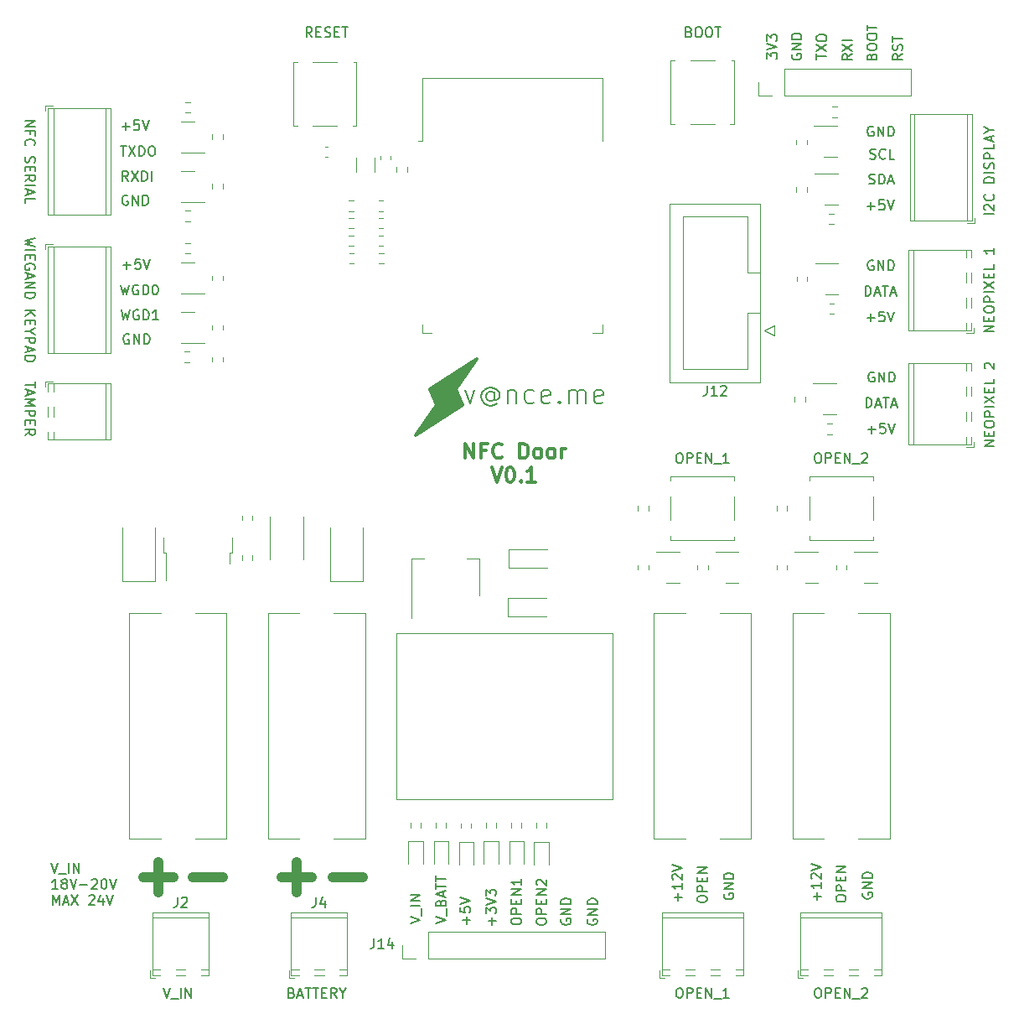
<source format=gto>
G04 #@! TF.GenerationSoftware,KiCad,Pcbnew,6.0.6-3a73a75311~116~ubuntu22.04.1*
G04 #@! TF.CreationDate,2022-06-27T17:47:04+01:00*
G04 #@! TF.ProjectId,rLab_Door,724c6162-5f44-46f6-9f72-2e6b69636164,rev?*
G04 #@! TF.SameCoordinates,Original*
G04 #@! TF.FileFunction,Legend,Top*
G04 #@! TF.FilePolarity,Positive*
%FSLAX46Y46*%
G04 Gerber Fmt 4.6, Leading zero omitted, Abs format (unit mm)*
G04 Created by KiCad (PCBNEW 6.0.6-3a73a75311~116~ubuntu22.04.1) date 2022-06-27 17:47:04*
%MOMM*%
%LPD*%
G01*
G04 APERTURE LIST*
%ADD10C,0.378363*%
%ADD11C,0.150000*%
%ADD12C,1.000000*%
%ADD13C,0.300000*%
%ADD14C,0.200000*%
%ADD15C,0.120000*%
G04 APERTURE END LIST*
D10*
G36*
X139055520Y-83990268D02*
G01*
X139785917Y-85622305D01*
X135005847Y-88661567D01*
X137152998Y-85619218D01*
X136422602Y-83987180D01*
X141202672Y-80947918D01*
X139055520Y-83990268D01*
G37*
X139055520Y-83990268D02*
X139785917Y-85622305D01*
X135005847Y-88661567D01*
X137152998Y-85619218D01*
X136422602Y-83987180D01*
X141202672Y-80947918D01*
X139055520Y-83990268D01*
D11*
X140155382Y-137992418D02*
X140155382Y-137230513D01*
X140536334Y-137611465D02*
X139774430Y-137611465D01*
X139536334Y-136278132D02*
X139536334Y-136754323D01*
X140012525Y-136801942D01*
X139964906Y-136754323D01*
X139917287Y-136659084D01*
X139917287Y-136420989D01*
X139964906Y-136325751D01*
X140012525Y-136278132D01*
X140107763Y-136230513D01*
X140345858Y-136230513D01*
X140441096Y-136278132D01*
X140488715Y-136325751D01*
X140536334Y-136420989D01*
X140536334Y-136659084D01*
X140488715Y-136754323D01*
X140441096Y-136801942D01*
X139536334Y-135944799D02*
X140536334Y-135611465D01*
X139536334Y-135278132D01*
X193467966Y-89768445D02*
X192467966Y-89768445D01*
X193467966Y-89197016D01*
X192467966Y-89197016D01*
X192944157Y-88720826D02*
X192944157Y-88387492D01*
X193467966Y-88244635D02*
X193467966Y-88720826D01*
X192467966Y-88720826D01*
X192467966Y-88244635D01*
X192467966Y-87625588D02*
X192467966Y-87435111D01*
X192515586Y-87339873D01*
X192610824Y-87244635D01*
X192801300Y-87197016D01*
X193134633Y-87197016D01*
X193325109Y-87244635D01*
X193420347Y-87339873D01*
X193467966Y-87435111D01*
X193467966Y-87625588D01*
X193420347Y-87720826D01*
X193325109Y-87816064D01*
X193134633Y-87863683D01*
X192801300Y-87863683D01*
X192610824Y-87816064D01*
X192515586Y-87720826D01*
X192467966Y-87625588D01*
X193467966Y-86768445D02*
X192467966Y-86768445D01*
X192467966Y-86387492D01*
X192515586Y-86292254D01*
X192563205Y-86244635D01*
X192658443Y-86197016D01*
X192801300Y-86197016D01*
X192896538Y-86244635D01*
X192944157Y-86292254D01*
X192991776Y-86387492D01*
X192991776Y-86768445D01*
X193467966Y-85768445D02*
X192467966Y-85768445D01*
X192467966Y-85387492D02*
X193467966Y-84720826D01*
X192467966Y-84720826D02*
X193467966Y-85387492D01*
X192944157Y-84339873D02*
X192944157Y-84006540D01*
X193467966Y-83863683D02*
X193467966Y-84339873D01*
X192467966Y-84339873D01*
X192467966Y-83863683D01*
X193467966Y-82958921D02*
X193467966Y-83435111D01*
X192467966Y-83435111D01*
X192563205Y-81911302D02*
X192515586Y-81863683D01*
X192467966Y-81768445D01*
X192467966Y-81530349D01*
X192515586Y-81435111D01*
X192563205Y-81387492D01*
X192658443Y-81339873D01*
X192753681Y-81339873D01*
X192896538Y-81387492D01*
X193467966Y-81958921D01*
X193467966Y-81339873D01*
X180216023Y-134864701D02*
X180168403Y-134959939D01*
X180168403Y-135102797D01*
X180216023Y-135245654D01*
X180311261Y-135340892D01*
X180406499Y-135388511D01*
X180596975Y-135436130D01*
X180739832Y-135436130D01*
X180930308Y-135388511D01*
X181025546Y-135340892D01*
X181120784Y-135245654D01*
X181168403Y-135102797D01*
X181168403Y-135007558D01*
X181120784Y-134864701D01*
X181073165Y-134817082D01*
X180739832Y-134817082D01*
X180739832Y-135007558D01*
X181168403Y-134388511D02*
X180168403Y-134388511D01*
X181168403Y-133817082D01*
X180168403Y-133817082D01*
X181168403Y-133340892D02*
X180168403Y-133340892D01*
X180168403Y-133102797D01*
X180216023Y-132959939D01*
X180311261Y-132864701D01*
X180406499Y-132817082D01*
X180596975Y-132769463D01*
X180739832Y-132769463D01*
X180930308Y-132817082D01*
X181025546Y-132864701D01*
X181120784Y-132959939D01*
X181168403Y-133102797D01*
X181168403Y-133340892D01*
X152411314Y-137518152D02*
X152363694Y-137613390D01*
X152363694Y-137756248D01*
X152411314Y-137899105D01*
X152506552Y-137994343D01*
X152601790Y-138041962D01*
X152792266Y-138089581D01*
X152935123Y-138089581D01*
X153125599Y-138041962D01*
X153220837Y-137994343D01*
X153316075Y-137899105D01*
X153363694Y-137756248D01*
X153363694Y-137661009D01*
X153316075Y-137518152D01*
X153268456Y-137470533D01*
X152935123Y-137470533D01*
X152935123Y-137661009D01*
X153363694Y-137041962D02*
X152363694Y-137041962D01*
X153363694Y-136470533D01*
X152363694Y-136470533D01*
X153363694Y-135994343D02*
X152363694Y-135994343D01*
X152363694Y-135756248D01*
X152411314Y-135613390D01*
X152506552Y-135518152D01*
X152601790Y-135470533D01*
X152792266Y-135422914D01*
X152935123Y-135422914D01*
X153125599Y-135470533D01*
X153220837Y-135518152D01*
X153316075Y-135613390D01*
X153363694Y-135756248D01*
X153363694Y-135994343D01*
X105214285Y-59452380D02*
X105785714Y-59452380D01*
X105500000Y-60452380D02*
X105500000Y-59452380D01*
X106023809Y-59452380D02*
X106690476Y-60452380D01*
X106690476Y-59452380D02*
X106023809Y-60452380D01*
X107071428Y-60452380D02*
X107071428Y-59452380D01*
X107309523Y-59452380D01*
X107452380Y-59500000D01*
X107547619Y-59595238D01*
X107595238Y-59690476D01*
X107642857Y-59880952D01*
X107642857Y-60023809D01*
X107595238Y-60214285D01*
X107547619Y-60309523D01*
X107452380Y-60404761D01*
X107309523Y-60452380D01*
X107071428Y-60452380D01*
X108261904Y-59452380D02*
X108452380Y-59452380D01*
X108547619Y-59500000D01*
X108642857Y-59595238D01*
X108690476Y-59785714D01*
X108690476Y-60119047D01*
X108642857Y-60309523D01*
X108547619Y-60404761D01*
X108452380Y-60452380D01*
X108261904Y-60452380D01*
X108166666Y-60404761D01*
X108071428Y-60309523D01*
X108023809Y-60119047D01*
X108023809Y-59785714D01*
X108071428Y-59595238D01*
X108166666Y-59500000D01*
X108261904Y-59452380D01*
X134479479Y-137890384D02*
X135479479Y-137557051D01*
X134479479Y-137223717D01*
X135574718Y-137128479D02*
X135574718Y-136366574D01*
X135479479Y-136128479D02*
X134479479Y-136128479D01*
X135479479Y-135652289D02*
X134479479Y-135652289D01*
X135479479Y-135080860D01*
X134479479Y-135080860D01*
X184201392Y-50161414D02*
X183725202Y-50494747D01*
X184201392Y-50732842D02*
X183201392Y-50732842D01*
X183201392Y-50351890D01*
X183249012Y-50256652D01*
X183296631Y-50209033D01*
X183391869Y-50161414D01*
X183534726Y-50161414D01*
X183629964Y-50209033D01*
X183677583Y-50256652D01*
X183725202Y-50351890D01*
X183725202Y-50732842D01*
X184153773Y-49780461D02*
X184201392Y-49637604D01*
X184201392Y-49399509D01*
X184153773Y-49304271D01*
X184106154Y-49256652D01*
X184010916Y-49209033D01*
X183915678Y-49209033D01*
X183820440Y-49256652D01*
X183772821Y-49304271D01*
X183725202Y-49399509D01*
X183677583Y-49589985D01*
X183629964Y-49685223D01*
X183582345Y-49732842D01*
X183487107Y-49780461D01*
X183391869Y-49780461D01*
X183296631Y-49732842D01*
X183249012Y-49685223D01*
X183201392Y-49589985D01*
X183201392Y-49351890D01*
X183249012Y-49209033D01*
X183201392Y-48923318D02*
X183201392Y-48351890D01*
X184201392Y-48637604D02*
X183201392Y-48637604D01*
D12*
X107476190Y-133285714D02*
X110523809Y-133285714D01*
X109000000Y-134809523D02*
X109000000Y-131761904D01*
D11*
X180634613Y-65508255D02*
X181396518Y-65508255D01*
X181015566Y-65889207D02*
X181015566Y-65127303D01*
X182348899Y-64889207D02*
X181872708Y-64889207D01*
X181825089Y-65365398D01*
X181872708Y-65317779D01*
X181967947Y-65270160D01*
X182206042Y-65270160D01*
X182301280Y-65317779D01*
X182348899Y-65365398D01*
X182396518Y-65460636D01*
X182396518Y-65698731D01*
X182348899Y-65793969D01*
X182301280Y-65841588D01*
X182206042Y-65889207D01*
X181967947Y-65889207D01*
X181872708Y-65841588D01*
X181825089Y-65793969D01*
X182682232Y-64889207D02*
X183015566Y-65889207D01*
X183348899Y-64889207D01*
X181327795Y-82315387D02*
X181232557Y-82267767D01*
X181089700Y-82267767D01*
X180946842Y-82315387D01*
X180851604Y-82410625D01*
X180803985Y-82505863D01*
X180756366Y-82696339D01*
X180756366Y-82839196D01*
X180803985Y-83029672D01*
X180851604Y-83124910D01*
X180946842Y-83220148D01*
X181089700Y-83267767D01*
X181184938Y-83267767D01*
X181327795Y-83220148D01*
X181375414Y-83172529D01*
X181375414Y-82839196D01*
X181184938Y-82839196D01*
X181803985Y-83267767D02*
X181803985Y-82267767D01*
X182375414Y-83267767D01*
X182375414Y-82267767D01*
X182851604Y-83267767D02*
X182851604Y-82267767D01*
X183089700Y-82267767D01*
X183232557Y-82315387D01*
X183327795Y-82410625D01*
X183375414Y-82505863D01*
X183423033Y-82696339D01*
X183423033Y-82839196D01*
X183375414Y-83029672D01*
X183327795Y-83124910D01*
X183232557Y-83220148D01*
X183089700Y-83267767D01*
X182851604Y-83267767D01*
X105218731Y-73466856D02*
X105456826Y-74466856D01*
X105647302Y-73752571D01*
X105837778Y-74466856D01*
X106075873Y-73466856D01*
X106980635Y-73514476D02*
X106885397Y-73466856D01*
X106742540Y-73466856D01*
X106599683Y-73514476D01*
X106504445Y-73609714D01*
X106456826Y-73704952D01*
X106409207Y-73895428D01*
X106409207Y-74038285D01*
X106456826Y-74228761D01*
X106504445Y-74323999D01*
X106599683Y-74419237D01*
X106742540Y-74466856D01*
X106837778Y-74466856D01*
X106980635Y-74419237D01*
X107028254Y-74371618D01*
X107028254Y-74038285D01*
X106837778Y-74038285D01*
X107456826Y-74466856D02*
X107456826Y-73466856D01*
X107694921Y-73466856D01*
X107837778Y-73514476D01*
X107933016Y-73609714D01*
X107980635Y-73704952D01*
X108028254Y-73895428D01*
X108028254Y-74038285D01*
X107980635Y-74228761D01*
X107933016Y-74323999D01*
X107837778Y-74419237D01*
X107694921Y-74466856D01*
X107456826Y-74466856D01*
X108647302Y-73466856D02*
X108742540Y-73466856D01*
X108837778Y-73514476D01*
X108885397Y-73562095D01*
X108933016Y-73657333D01*
X108980635Y-73847809D01*
X108980635Y-74085904D01*
X108933016Y-74276380D01*
X108885397Y-74371618D01*
X108837778Y-74419237D01*
X108742540Y-74466856D01*
X108647302Y-74466856D01*
X108552064Y-74419237D01*
X108504445Y-74371618D01*
X108456826Y-74276380D01*
X108409207Y-74085904D01*
X108409207Y-73847809D01*
X108456826Y-73657333D01*
X108504445Y-73562095D01*
X108552064Y-73514476D01*
X108647302Y-73466856D01*
X137083888Y-137946214D02*
X138083888Y-137612881D01*
X137083888Y-137279548D01*
X138179127Y-137184310D02*
X138179127Y-136422405D01*
X137560079Y-135850976D02*
X137607698Y-135708119D01*
X137655317Y-135660500D01*
X137750555Y-135612881D01*
X137893412Y-135612881D01*
X137988650Y-135660500D01*
X138036269Y-135708119D01*
X138083888Y-135803357D01*
X138083888Y-136184310D01*
X137083888Y-136184310D01*
X137083888Y-135850976D01*
X137131508Y-135755738D01*
X137179127Y-135708119D01*
X137274365Y-135660500D01*
X137369603Y-135660500D01*
X137464841Y-135708119D01*
X137512460Y-135755738D01*
X137560079Y-135850976D01*
X137560079Y-136184310D01*
X137798174Y-135231929D02*
X137798174Y-134755738D01*
X138083888Y-135327167D02*
X137083888Y-134993833D01*
X138083888Y-134660500D01*
X137083888Y-134470024D02*
X137083888Y-133898595D01*
X138083888Y-134184310D02*
X137083888Y-134184310D01*
X137083888Y-133708119D02*
X137083888Y-133136691D01*
X138083888Y-133422405D02*
X137083888Y-133422405D01*
D12*
X121476190Y-133285714D02*
X124523809Y-133285714D01*
X123000000Y-134809523D02*
X123000000Y-131761904D01*
D11*
X181098732Y-50410317D02*
X181146351Y-50267460D01*
X181193970Y-50219841D01*
X181289208Y-50172222D01*
X181432065Y-50172222D01*
X181527303Y-50219841D01*
X181574922Y-50267460D01*
X181622541Y-50362698D01*
X181622541Y-50743651D01*
X180622541Y-50743651D01*
X180622541Y-50410317D01*
X180670161Y-50315079D01*
X180717780Y-50267460D01*
X180813018Y-50219841D01*
X180908256Y-50219841D01*
X181003494Y-50267460D01*
X181051113Y-50315079D01*
X181098732Y-50410317D01*
X181098732Y-50743651D01*
X180622541Y-49553175D02*
X180622541Y-49362698D01*
X180670161Y-49267460D01*
X180765399Y-49172222D01*
X180955875Y-49124603D01*
X181289208Y-49124603D01*
X181479684Y-49172222D01*
X181574922Y-49267460D01*
X181622541Y-49362698D01*
X181622541Y-49553175D01*
X181574922Y-49648413D01*
X181479684Y-49743651D01*
X181289208Y-49791270D01*
X180955875Y-49791270D01*
X180765399Y-49743651D01*
X180670161Y-49648413D01*
X180622541Y-49553175D01*
X180622541Y-48505555D02*
X180622541Y-48315079D01*
X180670161Y-48219841D01*
X180765399Y-48124603D01*
X180955875Y-48076984D01*
X181289208Y-48076984D01*
X181479684Y-48124603D01*
X181574922Y-48219841D01*
X181622541Y-48315079D01*
X181622541Y-48505555D01*
X181574922Y-48600794D01*
X181479684Y-48696032D01*
X181289208Y-48743651D01*
X180955875Y-48743651D01*
X180765399Y-48696032D01*
X180670161Y-48600794D01*
X180622541Y-48505555D01*
X180622541Y-47791270D02*
X180622541Y-47219841D01*
X181622541Y-47505555D02*
X180622541Y-47505555D01*
D12*
X126636190Y-133285714D02*
X129683809Y-133285714D01*
D11*
X142756872Y-138075675D02*
X142756872Y-137313771D01*
X143137824Y-137694723D02*
X142375920Y-137694723D01*
X142137824Y-136932818D02*
X142137824Y-136313771D01*
X142518777Y-136647104D01*
X142518777Y-136504247D01*
X142566396Y-136409009D01*
X142614015Y-136361390D01*
X142709253Y-136313771D01*
X142947348Y-136313771D01*
X143042586Y-136361390D01*
X143090205Y-136409009D01*
X143137824Y-136504247D01*
X143137824Y-136789961D01*
X143090205Y-136885199D01*
X143042586Y-136932818D01*
X142137824Y-136028056D02*
X143137824Y-135694723D01*
X142137824Y-135361390D01*
X142137824Y-135123294D02*
X142137824Y-134504247D01*
X142518777Y-134837580D01*
X142518777Y-134694723D01*
X142566396Y-134599485D01*
X142614015Y-134551866D01*
X142709253Y-134504247D01*
X142947348Y-134504247D01*
X143042586Y-134551866D01*
X143090205Y-134599485D01*
X143137824Y-134694723D01*
X143137824Y-134980437D01*
X143090205Y-135075675D01*
X143042586Y-135123294D01*
X193452380Y-66333333D02*
X192452380Y-66333333D01*
X192547619Y-65904761D02*
X192500000Y-65857142D01*
X192452380Y-65761904D01*
X192452380Y-65523809D01*
X192500000Y-65428571D01*
X192547619Y-65380952D01*
X192642857Y-65333333D01*
X192738095Y-65333333D01*
X192880952Y-65380952D01*
X193452380Y-65952380D01*
X193452380Y-65333333D01*
X193357142Y-64333333D02*
X193404761Y-64380952D01*
X193452380Y-64523809D01*
X193452380Y-64619047D01*
X193404761Y-64761904D01*
X193309523Y-64857142D01*
X193214285Y-64904761D01*
X193023809Y-64952380D01*
X192880952Y-64952380D01*
X192690476Y-64904761D01*
X192595238Y-64857142D01*
X192500000Y-64761904D01*
X192452380Y-64619047D01*
X192452380Y-64523809D01*
X192500000Y-64380952D01*
X192547619Y-64333333D01*
X193452380Y-63142857D02*
X192452380Y-63142857D01*
X192452380Y-62904761D01*
X192500000Y-62761904D01*
X192595238Y-62666666D01*
X192690476Y-62619047D01*
X192880952Y-62571428D01*
X193023809Y-62571428D01*
X193214285Y-62619047D01*
X193309523Y-62666666D01*
X193404761Y-62761904D01*
X193452380Y-62904761D01*
X193452380Y-63142857D01*
X193452380Y-62142857D02*
X192452380Y-62142857D01*
X193404761Y-61714285D02*
X193452380Y-61571428D01*
X193452380Y-61333333D01*
X193404761Y-61238095D01*
X193357142Y-61190476D01*
X193261904Y-61142857D01*
X193166666Y-61142857D01*
X193071428Y-61190476D01*
X193023809Y-61238095D01*
X192976190Y-61333333D01*
X192928571Y-61523809D01*
X192880952Y-61619047D01*
X192833333Y-61666666D01*
X192738095Y-61714285D01*
X192642857Y-61714285D01*
X192547619Y-61666666D01*
X192500000Y-61619047D01*
X192452380Y-61523809D01*
X192452380Y-61285714D01*
X192500000Y-61142857D01*
X193452380Y-60714285D02*
X192452380Y-60714285D01*
X192452380Y-60333333D01*
X192500000Y-60238095D01*
X192547619Y-60190476D01*
X192642857Y-60142857D01*
X192785714Y-60142857D01*
X192880952Y-60190476D01*
X192928571Y-60238095D01*
X192976190Y-60333333D01*
X192976190Y-60714285D01*
X193452380Y-59238095D02*
X193452380Y-59714285D01*
X192452380Y-59714285D01*
X193166666Y-58952380D02*
X193166666Y-58476190D01*
X193452380Y-59047619D02*
X192452380Y-58714285D01*
X193452380Y-58380952D01*
X192976190Y-57857142D02*
X193452380Y-57857142D01*
X192452380Y-58190476D02*
X192976190Y-57857142D01*
X192452380Y-57523809D01*
X193452380Y-78190476D02*
X192452380Y-78190476D01*
X193452380Y-77619047D01*
X192452380Y-77619047D01*
X192928571Y-77142857D02*
X192928571Y-76809523D01*
X193452380Y-76666666D02*
X193452380Y-77142857D01*
X192452380Y-77142857D01*
X192452380Y-76666666D01*
X192452380Y-76047619D02*
X192452380Y-75857142D01*
X192500000Y-75761904D01*
X192595238Y-75666666D01*
X192785714Y-75619047D01*
X193119047Y-75619047D01*
X193309523Y-75666666D01*
X193404761Y-75761904D01*
X193452380Y-75857142D01*
X193452380Y-76047619D01*
X193404761Y-76142857D01*
X193309523Y-76238095D01*
X193119047Y-76285714D01*
X192785714Y-76285714D01*
X192595238Y-76238095D01*
X192500000Y-76142857D01*
X192452380Y-76047619D01*
X193452380Y-75190476D02*
X192452380Y-75190476D01*
X192452380Y-74809523D01*
X192500000Y-74714285D01*
X192547619Y-74666666D01*
X192642857Y-74619047D01*
X192785714Y-74619047D01*
X192880952Y-74666666D01*
X192928571Y-74714285D01*
X192976190Y-74809523D01*
X192976190Y-75190476D01*
X193452380Y-74190476D02*
X192452380Y-74190476D01*
X192452380Y-73809523D02*
X193452380Y-73142857D01*
X192452380Y-73142857D02*
X193452380Y-73809523D01*
X192928571Y-72761904D02*
X192928571Y-72428571D01*
X193452380Y-72285714D02*
X193452380Y-72761904D01*
X192452380Y-72761904D01*
X192452380Y-72285714D01*
X193452380Y-71380952D02*
X193452380Y-71857142D01*
X192452380Y-71857142D01*
X193452380Y-69761904D02*
X193452380Y-70333333D01*
X193452380Y-70047619D02*
X192452380Y-70047619D01*
X192595238Y-70142857D01*
X192690476Y-70238095D01*
X192738095Y-70333333D01*
X180909249Y-60713785D02*
X181052106Y-60761404D01*
X181290202Y-60761404D01*
X181385440Y-60713785D01*
X181433059Y-60666166D01*
X181480678Y-60570928D01*
X181480678Y-60475690D01*
X181433059Y-60380452D01*
X181385440Y-60332833D01*
X181290202Y-60285214D01*
X181099726Y-60237595D01*
X181004487Y-60189976D01*
X180956868Y-60142357D01*
X180909249Y-60047119D01*
X180909249Y-59951881D01*
X180956868Y-59856643D01*
X181004487Y-59809024D01*
X181099726Y-59761404D01*
X181337821Y-59761404D01*
X181480678Y-59809024D01*
X182480678Y-60666166D02*
X182433059Y-60713785D01*
X182290202Y-60761404D01*
X182194964Y-60761404D01*
X182052106Y-60713785D01*
X181956868Y-60618547D01*
X181909249Y-60523309D01*
X181861630Y-60332833D01*
X181861630Y-60189976D01*
X181909249Y-59999500D01*
X181956868Y-59904262D01*
X182052106Y-59809024D01*
X182194964Y-59761404D01*
X182290202Y-59761404D01*
X182433059Y-59809024D01*
X182480678Y-59856643D01*
X183385440Y-60761404D02*
X182909249Y-60761404D01*
X182909249Y-59761404D01*
X147215940Y-137824990D02*
X147215940Y-137634513D01*
X147263560Y-137539275D01*
X147358798Y-137444037D01*
X147549274Y-137396418D01*
X147882607Y-137396418D01*
X148073083Y-137444037D01*
X148168321Y-137539275D01*
X148215940Y-137634513D01*
X148215940Y-137824990D01*
X148168321Y-137920228D01*
X148073083Y-138015466D01*
X147882607Y-138063085D01*
X147549274Y-138063085D01*
X147358798Y-138015466D01*
X147263560Y-137920228D01*
X147215940Y-137824990D01*
X148215940Y-136967847D02*
X147215940Y-136967847D01*
X147215940Y-136586894D01*
X147263560Y-136491656D01*
X147311179Y-136444037D01*
X147406417Y-136396418D01*
X147549274Y-136396418D01*
X147644512Y-136444037D01*
X147692131Y-136491656D01*
X147739750Y-136586894D01*
X147739750Y-136967847D01*
X147692131Y-135967847D02*
X147692131Y-135634513D01*
X148215940Y-135491656D02*
X148215940Y-135967847D01*
X147215940Y-135967847D01*
X147215940Y-135491656D01*
X148215940Y-135063085D02*
X147215940Y-135063085D01*
X148215940Y-134491656D01*
X147215940Y-134491656D01*
X147311179Y-134063085D02*
X147263560Y-134015466D01*
X147215940Y-133920228D01*
X147215940Y-133682132D01*
X147263560Y-133586894D01*
X147311179Y-133539275D01*
X147406417Y-133491656D01*
X147501655Y-133491656D01*
X147644512Y-133539275D01*
X148215940Y-134110704D01*
X148215940Y-133491656D01*
X105977279Y-62993856D02*
X105643945Y-62517666D01*
X105405850Y-62993856D02*
X105405850Y-61993856D01*
X105786802Y-61993856D01*
X105882041Y-62041476D01*
X105929660Y-62089095D01*
X105977279Y-62184333D01*
X105977279Y-62327190D01*
X105929660Y-62422428D01*
X105882041Y-62470047D01*
X105786802Y-62517666D01*
X105405850Y-62517666D01*
X106310612Y-61993856D02*
X106977279Y-62993856D01*
X106977279Y-61993856D02*
X106310612Y-62993856D01*
X107358231Y-62993856D02*
X107358231Y-61993856D01*
X107596326Y-61993856D01*
X107739183Y-62041476D01*
X107834421Y-62136714D01*
X107882041Y-62231952D01*
X107929660Y-62422428D01*
X107929660Y-62565285D01*
X107882041Y-62755761D01*
X107834421Y-62850999D01*
X107739183Y-62946237D01*
X107596326Y-62993856D01*
X107358231Y-62993856D01*
X108358231Y-62993856D02*
X108358231Y-61993856D01*
X180714285Y-88071428D02*
X181476190Y-88071428D01*
X181095238Y-88452380D02*
X181095238Y-87690476D01*
X182428571Y-87452380D02*
X181952380Y-87452380D01*
X181904761Y-87928571D01*
X181952380Y-87880952D01*
X182047619Y-87833333D01*
X182285714Y-87833333D01*
X182380952Y-87880952D01*
X182428571Y-87928571D01*
X182476190Y-88023809D01*
X182476190Y-88261904D01*
X182428571Y-88357142D01*
X182380952Y-88404761D01*
X182285714Y-88452380D01*
X182047619Y-88452380D01*
X181952380Y-88404761D01*
X181904761Y-88357142D01*
X182761904Y-87452380D02*
X183095238Y-88452380D01*
X183428571Y-87452380D01*
X124547619Y-48452380D02*
X124214285Y-47976190D01*
X123976190Y-48452380D02*
X123976190Y-47452380D01*
X124357142Y-47452380D01*
X124452380Y-47500000D01*
X124500000Y-47547619D01*
X124547619Y-47642857D01*
X124547619Y-47785714D01*
X124500000Y-47880952D01*
X124452380Y-47928571D01*
X124357142Y-47976190D01*
X123976190Y-47976190D01*
X124976190Y-47928571D02*
X125309523Y-47928571D01*
X125452380Y-48452380D02*
X124976190Y-48452380D01*
X124976190Y-47452380D01*
X125452380Y-47452380D01*
X125833333Y-48404761D02*
X125976190Y-48452380D01*
X126214285Y-48452380D01*
X126309523Y-48404761D01*
X126357142Y-48357142D01*
X126404761Y-48261904D01*
X126404761Y-48166666D01*
X126357142Y-48071428D01*
X126309523Y-48023809D01*
X126214285Y-47976190D01*
X126023809Y-47928571D01*
X125928571Y-47880952D01*
X125880952Y-47833333D01*
X125833333Y-47738095D01*
X125833333Y-47642857D01*
X125880952Y-47547619D01*
X125928571Y-47500000D01*
X126023809Y-47452380D01*
X126261904Y-47452380D01*
X126404761Y-47500000D01*
X126833333Y-47928571D02*
X127166666Y-47928571D01*
X127309523Y-48452380D02*
X126833333Y-48452380D01*
X126833333Y-47452380D01*
X127309523Y-47452380D01*
X127595238Y-47452380D02*
X128166666Y-47452380D01*
X127880952Y-48452380D02*
X127880952Y-47452380D01*
X109523809Y-144452380D02*
X109857142Y-145452380D01*
X110190476Y-144452380D01*
X110285714Y-145547619D02*
X111047619Y-145547619D01*
X111285714Y-145452380D02*
X111285714Y-144452380D01*
X111761904Y-145452380D02*
X111761904Y-144452380D01*
X112333333Y-145452380D01*
X112333333Y-144452380D01*
X170527130Y-50649216D02*
X170527130Y-50030168D01*
X170908083Y-50363501D01*
X170908083Y-50220644D01*
X170955702Y-50125406D01*
X171003321Y-50077787D01*
X171098559Y-50030168D01*
X171336654Y-50030168D01*
X171431892Y-50077787D01*
X171479511Y-50125406D01*
X171527130Y-50220644D01*
X171527130Y-50506359D01*
X171479511Y-50601597D01*
X171431892Y-50649216D01*
X170527130Y-49744454D02*
X171527130Y-49411121D01*
X170527130Y-49077787D01*
X170527130Y-48839692D02*
X170527130Y-48220644D01*
X170908083Y-48553978D01*
X170908083Y-48411121D01*
X170955702Y-48315882D01*
X171003321Y-48268263D01*
X171098559Y-48220644D01*
X171336654Y-48220644D01*
X171431892Y-48268263D01*
X171479511Y-48315882D01*
X171527130Y-48411121D01*
X171527130Y-48696835D01*
X171479511Y-48792073D01*
X171431892Y-48839692D01*
X179130897Y-50168054D02*
X178654707Y-50501388D01*
X179130897Y-50739483D02*
X178130897Y-50739483D01*
X178130897Y-50358531D01*
X178178517Y-50263293D01*
X178226136Y-50215673D01*
X178321374Y-50168054D01*
X178464231Y-50168054D01*
X178559469Y-50215673D01*
X178607088Y-50263293D01*
X178654707Y-50358531D01*
X178654707Y-50739483D01*
X178130897Y-49834721D02*
X179130897Y-49168054D01*
X178130897Y-49168054D02*
X179130897Y-49834721D01*
X179130897Y-48787102D02*
X178130897Y-48787102D01*
X163452380Y-135571428D02*
X163452380Y-135380952D01*
X163500000Y-135285714D01*
X163595238Y-135190476D01*
X163785714Y-135142857D01*
X164119047Y-135142857D01*
X164309523Y-135190476D01*
X164404761Y-135285714D01*
X164452380Y-135380952D01*
X164452380Y-135571428D01*
X164404761Y-135666666D01*
X164309523Y-135761904D01*
X164119047Y-135809523D01*
X163785714Y-135809523D01*
X163595238Y-135761904D01*
X163500000Y-135666666D01*
X163452380Y-135571428D01*
X164452380Y-134714285D02*
X163452380Y-134714285D01*
X163452380Y-134333333D01*
X163500000Y-134238095D01*
X163547619Y-134190476D01*
X163642857Y-134142857D01*
X163785714Y-134142857D01*
X163880952Y-134190476D01*
X163928571Y-134238095D01*
X163976190Y-134333333D01*
X163976190Y-134714285D01*
X163928571Y-133714285D02*
X163928571Y-133380952D01*
X164452380Y-133238095D02*
X164452380Y-133714285D01*
X163452380Y-133714285D01*
X163452380Y-133238095D01*
X164452380Y-132809523D02*
X163452380Y-132809523D01*
X164452380Y-132238095D01*
X163452380Y-132238095D01*
X144682197Y-137811440D02*
X144682197Y-137620963D01*
X144729817Y-137525725D01*
X144825055Y-137430487D01*
X145015531Y-137382868D01*
X145348864Y-137382868D01*
X145539340Y-137430487D01*
X145634578Y-137525725D01*
X145682197Y-137620963D01*
X145682197Y-137811440D01*
X145634578Y-137906678D01*
X145539340Y-138001916D01*
X145348864Y-138049535D01*
X145015531Y-138049535D01*
X144825055Y-138001916D01*
X144729817Y-137906678D01*
X144682197Y-137811440D01*
X145682197Y-136954297D02*
X144682197Y-136954297D01*
X144682197Y-136573344D01*
X144729817Y-136478106D01*
X144777436Y-136430487D01*
X144872674Y-136382868D01*
X145015531Y-136382868D01*
X145110769Y-136430487D01*
X145158388Y-136478106D01*
X145206007Y-136573344D01*
X145206007Y-136954297D01*
X145158388Y-135954297D02*
X145158388Y-135620963D01*
X145682197Y-135478106D02*
X145682197Y-135954297D01*
X144682197Y-135954297D01*
X144682197Y-135478106D01*
X145682197Y-135049535D02*
X144682197Y-135049535D01*
X145682197Y-134478106D01*
X144682197Y-134478106D01*
X145682197Y-133478106D02*
X145682197Y-134049535D01*
X145682197Y-133763821D02*
X144682197Y-133763821D01*
X144825055Y-133859059D01*
X144920293Y-133954297D01*
X144967912Y-134049535D01*
X105255653Y-75989196D02*
X105493748Y-76989196D01*
X105684224Y-76274911D01*
X105874700Y-76989196D01*
X106112795Y-75989196D01*
X107017557Y-76036816D02*
X106922319Y-75989196D01*
X106779462Y-75989196D01*
X106636605Y-76036816D01*
X106541367Y-76132054D01*
X106493748Y-76227292D01*
X106446129Y-76417768D01*
X106446129Y-76560625D01*
X106493748Y-76751101D01*
X106541367Y-76846339D01*
X106636605Y-76941577D01*
X106779462Y-76989196D01*
X106874700Y-76989196D01*
X107017557Y-76941577D01*
X107065176Y-76893958D01*
X107065176Y-76560625D01*
X106874700Y-76560625D01*
X107493748Y-76989196D02*
X107493748Y-75989196D01*
X107731843Y-75989196D01*
X107874700Y-76036816D01*
X107969938Y-76132054D01*
X108017557Y-76227292D01*
X108065176Y-76417768D01*
X108065176Y-76560625D01*
X108017557Y-76751101D01*
X107969938Y-76846339D01*
X107874700Y-76941577D01*
X107731843Y-76989196D01*
X107493748Y-76989196D01*
X109017557Y-76989196D02*
X108446129Y-76989196D01*
X108731843Y-76989196D02*
X108731843Y-75989196D01*
X108636605Y-76132054D01*
X108541367Y-76227292D01*
X108446129Y-76274911D01*
X105342179Y-57470151D02*
X106104084Y-57470151D01*
X105723132Y-57851103D02*
X105723132Y-57089199D01*
X107056465Y-56851103D02*
X106580274Y-56851103D01*
X106532655Y-57327294D01*
X106580274Y-57279675D01*
X106675513Y-57232056D01*
X106913608Y-57232056D01*
X107008846Y-57279675D01*
X107056465Y-57327294D01*
X107104084Y-57422532D01*
X107104084Y-57660627D01*
X107056465Y-57755865D01*
X107008846Y-57803484D01*
X106913608Y-57851103D01*
X106675513Y-57851103D01*
X106580274Y-57803484D01*
X106532655Y-57755865D01*
X107389798Y-56851103D02*
X107723132Y-57851103D01*
X108056465Y-56851103D01*
X180459489Y-74568697D02*
X180459489Y-73568697D01*
X180697584Y-73568697D01*
X180840441Y-73616317D01*
X180935679Y-73711555D01*
X180983298Y-73806793D01*
X181030917Y-73997269D01*
X181030917Y-74140126D01*
X180983298Y-74330602D01*
X180935679Y-74425840D01*
X180840441Y-74521078D01*
X180697584Y-74568697D01*
X180459489Y-74568697D01*
X181411869Y-74282983D02*
X181888060Y-74282983D01*
X181316631Y-74568697D02*
X181649965Y-73568697D01*
X181983298Y-74568697D01*
X182173774Y-73568697D02*
X182745203Y-73568697D01*
X182459489Y-74568697D02*
X182459489Y-73568697D01*
X183030917Y-74282983D02*
X183507108Y-74282983D01*
X182935679Y-74568697D02*
X183269012Y-73568697D01*
X183602346Y-74568697D01*
X161571428Y-144452380D02*
X161761904Y-144452380D01*
X161857142Y-144500000D01*
X161952380Y-144595238D01*
X162000000Y-144785714D01*
X162000000Y-145119047D01*
X161952380Y-145309523D01*
X161857142Y-145404761D01*
X161761904Y-145452380D01*
X161571428Y-145452380D01*
X161476190Y-145404761D01*
X161380952Y-145309523D01*
X161333333Y-145119047D01*
X161333333Y-144785714D01*
X161380952Y-144595238D01*
X161476190Y-144500000D01*
X161571428Y-144452380D01*
X162428571Y-145452380D02*
X162428571Y-144452380D01*
X162809523Y-144452380D01*
X162904761Y-144500000D01*
X162952380Y-144547619D01*
X163000000Y-144642857D01*
X163000000Y-144785714D01*
X162952380Y-144880952D01*
X162904761Y-144928571D01*
X162809523Y-144976190D01*
X162428571Y-144976190D01*
X163428571Y-144928571D02*
X163761904Y-144928571D01*
X163904761Y-145452380D02*
X163428571Y-145452380D01*
X163428571Y-144452380D01*
X163904761Y-144452380D01*
X164333333Y-145452380D02*
X164333333Y-144452380D01*
X164904761Y-145452380D01*
X164904761Y-144452380D01*
X165142857Y-145547619D02*
X165904761Y-145547619D01*
X166666666Y-145452380D02*
X166095238Y-145452380D01*
X166380952Y-145452380D02*
X166380952Y-144452380D01*
X166285714Y-144595238D01*
X166190476Y-144690476D01*
X166095238Y-144738095D01*
X180637894Y-76789021D02*
X181399799Y-76789021D01*
X181018847Y-77169973D02*
X181018847Y-76408069D01*
X182352180Y-76169973D02*
X181875989Y-76169973D01*
X181828370Y-76646164D01*
X181875989Y-76598545D01*
X181971228Y-76550926D01*
X182209323Y-76550926D01*
X182304561Y-76598545D01*
X182352180Y-76646164D01*
X182399799Y-76741402D01*
X182399799Y-76979497D01*
X182352180Y-77074735D01*
X182304561Y-77122354D01*
X182209323Y-77169973D01*
X181971228Y-77169973D01*
X181875989Y-77122354D01*
X181828370Y-77074735D01*
X182685513Y-76169973D02*
X183018847Y-77169973D01*
X183352180Y-76169973D01*
D12*
X112476190Y-133285714D02*
X115523809Y-133285714D01*
D11*
X173048185Y-50173339D02*
X173000565Y-50268577D01*
X173000565Y-50411435D01*
X173048185Y-50554292D01*
X173143423Y-50649530D01*
X173238661Y-50697149D01*
X173429137Y-50744768D01*
X173571994Y-50744768D01*
X173762470Y-50697149D01*
X173857708Y-50649530D01*
X173952946Y-50554292D01*
X174000565Y-50411435D01*
X174000565Y-50316196D01*
X173952946Y-50173339D01*
X173905327Y-50125720D01*
X173571994Y-50125720D01*
X173571994Y-50316196D01*
X174000565Y-49697149D02*
X173000565Y-49697149D01*
X174000565Y-49125720D01*
X173000565Y-49125720D01*
X174000565Y-48649530D02*
X173000565Y-48649530D01*
X173000565Y-48411435D01*
X173048185Y-48268577D01*
X173143423Y-48173339D01*
X173238661Y-48125720D01*
X173429137Y-48078101D01*
X173571994Y-48078101D01*
X173762470Y-48125720D01*
X173857708Y-48173339D01*
X173952946Y-48268577D01*
X174000565Y-48411435D01*
X174000565Y-48649530D01*
X105465672Y-71484627D02*
X106227577Y-71484627D01*
X105846625Y-71865579D02*
X105846625Y-71103675D01*
X107179958Y-70865579D02*
X106703767Y-70865579D01*
X106656148Y-71341770D01*
X106703767Y-71294151D01*
X106799006Y-71246532D01*
X107037101Y-71246532D01*
X107132339Y-71294151D01*
X107179958Y-71341770D01*
X107227577Y-71437008D01*
X107227577Y-71675103D01*
X107179958Y-71770341D01*
X107132339Y-71817960D01*
X107037101Y-71865579D01*
X106799006Y-71865579D01*
X106703767Y-71817960D01*
X106656148Y-71770341D01*
X107513291Y-70865579D02*
X107846625Y-71865579D01*
X108179958Y-70865579D01*
X106049281Y-78477830D02*
X105954043Y-78430210D01*
X105811186Y-78430210D01*
X105668328Y-78477830D01*
X105573090Y-78573068D01*
X105525471Y-78668306D01*
X105477852Y-78858782D01*
X105477852Y-79001639D01*
X105525471Y-79192115D01*
X105573090Y-79287353D01*
X105668328Y-79382591D01*
X105811186Y-79430210D01*
X105906424Y-79430210D01*
X106049281Y-79382591D01*
X106096900Y-79334972D01*
X106096900Y-79001639D01*
X105906424Y-79001639D01*
X106525471Y-79430210D02*
X106525471Y-78430210D01*
X107096900Y-79430210D01*
X107096900Y-78430210D01*
X107573090Y-79430210D02*
X107573090Y-78430210D01*
X107811186Y-78430210D01*
X107954043Y-78477830D01*
X108049281Y-78573068D01*
X108096900Y-78668306D01*
X108144519Y-78858782D01*
X108144519Y-79001639D01*
X108096900Y-79192115D01*
X108049281Y-79287353D01*
X107954043Y-79382591D01*
X107811186Y-79430210D01*
X107573090Y-79430210D01*
X122500000Y-144928571D02*
X122642857Y-144976190D01*
X122690476Y-145023809D01*
X122738095Y-145119047D01*
X122738095Y-145261904D01*
X122690476Y-145357142D01*
X122642857Y-145404761D01*
X122547619Y-145452380D01*
X122166666Y-145452380D01*
X122166666Y-144452380D01*
X122500000Y-144452380D01*
X122595238Y-144500000D01*
X122642857Y-144547619D01*
X122690476Y-144642857D01*
X122690476Y-144738095D01*
X122642857Y-144833333D01*
X122595238Y-144880952D01*
X122500000Y-144928571D01*
X122166666Y-144928571D01*
X123119047Y-145166666D02*
X123595238Y-145166666D01*
X123023809Y-145452380D02*
X123357142Y-144452380D01*
X123690476Y-145452380D01*
X123880952Y-144452380D02*
X124452380Y-144452380D01*
X124166666Y-145452380D02*
X124166666Y-144452380D01*
X124642857Y-144452380D02*
X125214285Y-144452380D01*
X124928571Y-145452380D02*
X124928571Y-144452380D01*
X125547619Y-144928571D02*
X125880952Y-144928571D01*
X126023809Y-145452380D02*
X125547619Y-145452380D01*
X125547619Y-144452380D01*
X126023809Y-144452380D01*
X127023809Y-145452380D02*
X126690476Y-144976190D01*
X126452380Y-145452380D02*
X126452380Y-144452380D01*
X126833333Y-144452380D01*
X126928571Y-144500000D01*
X126976190Y-144547619D01*
X127023809Y-144642857D01*
X127023809Y-144785714D01*
X126976190Y-144880952D01*
X126928571Y-144928571D01*
X126833333Y-144976190D01*
X126452380Y-144976190D01*
X127642857Y-144976190D02*
X127642857Y-145452380D01*
X127309523Y-144452380D02*
X127642857Y-144976190D01*
X127976190Y-144452380D01*
X96547619Y-83261904D02*
X96547619Y-83833333D01*
X95547619Y-83547619D02*
X96547619Y-83547619D01*
X95833333Y-84119047D02*
X95833333Y-84595238D01*
X95547619Y-84023809D02*
X96547619Y-84357142D01*
X95547619Y-84690476D01*
X95547619Y-85023809D02*
X96547619Y-85023809D01*
X95833333Y-85357142D01*
X96547619Y-85690476D01*
X95547619Y-85690476D01*
X95547619Y-86166666D02*
X96547619Y-86166666D01*
X96547619Y-86547619D01*
X96500000Y-86642857D01*
X96452380Y-86690476D01*
X96357142Y-86738095D01*
X96214285Y-86738095D01*
X96119047Y-86690476D01*
X96071428Y-86642857D01*
X96023809Y-86547619D01*
X96023809Y-86166666D01*
X96071428Y-87166666D02*
X96071428Y-87500000D01*
X95547619Y-87642857D02*
X95547619Y-87166666D01*
X96547619Y-87166666D01*
X96547619Y-87642857D01*
X95547619Y-88642857D02*
X96023809Y-88309523D01*
X95547619Y-88071428D02*
X96547619Y-88071428D01*
X96547619Y-88452380D01*
X96500000Y-88547619D01*
X96452380Y-88595238D01*
X96357142Y-88642857D01*
X96214285Y-88642857D01*
X96119047Y-88595238D01*
X96071428Y-88547619D01*
X96023809Y-88452380D01*
X96023809Y-88071428D01*
X180825641Y-63240312D02*
X180968498Y-63287931D01*
X181206593Y-63287931D01*
X181301831Y-63240312D01*
X181349450Y-63192693D01*
X181397069Y-63097455D01*
X181397069Y-63002217D01*
X181349450Y-62906979D01*
X181301831Y-62859360D01*
X181206593Y-62811741D01*
X181016117Y-62764122D01*
X180920879Y-62716503D01*
X180873260Y-62668884D01*
X180825641Y-62573646D01*
X180825641Y-62478408D01*
X180873260Y-62383170D01*
X180920879Y-62335551D01*
X181016117Y-62287931D01*
X181254212Y-62287931D01*
X181397069Y-62335551D01*
X181825641Y-63287931D02*
X181825641Y-62287931D01*
X182063736Y-62287931D01*
X182206593Y-62335551D01*
X182301831Y-62430789D01*
X182349450Y-62526027D01*
X182397069Y-62716503D01*
X182397069Y-62859360D01*
X182349450Y-63049836D01*
X182301831Y-63145074D01*
X182206593Y-63240312D01*
X182063736Y-63287931D01*
X181825641Y-63287931D01*
X182778022Y-63002217D02*
X183254212Y-63002217D01*
X182682784Y-63287931D02*
X183016117Y-62287931D01*
X183349450Y-63287931D01*
X95547619Y-56904761D02*
X96547619Y-56904761D01*
X95547619Y-57476190D01*
X96547619Y-57476190D01*
X96071428Y-58285714D02*
X96071428Y-57952380D01*
X95547619Y-57952380D02*
X96547619Y-57952380D01*
X96547619Y-58428571D01*
X95642857Y-59380952D02*
X95595238Y-59333333D01*
X95547619Y-59190476D01*
X95547619Y-59095238D01*
X95595238Y-58952380D01*
X95690476Y-58857142D01*
X95785714Y-58809523D01*
X95976190Y-58761904D01*
X96119047Y-58761904D01*
X96309523Y-58809523D01*
X96404761Y-58857142D01*
X96500000Y-58952380D01*
X96547619Y-59095238D01*
X96547619Y-59190476D01*
X96500000Y-59333333D01*
X96452380Y-59380952D01*
X95595238Y-60523809D02*
X95547619Y-60666666D01*
X95547619Y-60904761D01*
X95595238Y-61000000D01*
X95642857Y-61047619D01*
X95738095Y-61095238D01*
X95833333Y-61095238D01*
X95928571Y-61047619D01*
X95976190Y-61000000D01*
X96023809Y-60904761D01*
X96071428Y-60714285D01*
X96119047Y-60619047D01*
X96166666Y-60571428D01*
X96261904Y-60523809D01*
X96357142Y-60523809D01*
X96452380Y-60571428D01*
X96500000Y-60619047D01*
X96547619Y-60714285D01*
X96547619Y-60952380D01*
X96500000Y-61095238D01*
X96071428Y-61523809D02*
X96071428Y-61857142D01*
X95547619Y-62000000D02*
X95547619Y-61523809D01*
X96547619Y-61523809D01*
X96547619Y-62000000D01*
X95547619Y-63000000D02*
X96023809Y-62666666D01*
X95547619Y-62428571D02*
X96547619Y-62428571D01*
X96547619Y-62809523D01*
X96500000Y-62904761D01*
X96452380Y-62952380D01*
X96357142Y-63000000D01*
X96214285Y-63000000D01*
X96119047Y-62952380D01*
X96071428Y-62904761D01*
X96023809Y-62809523D01*
X96023809Y-62428571D01*
X95547619Y-63428571D02*
X96547619Y-63428571D01*
X95833333Y-63857142D02*
X95833333Y-64333333D01*
X95547619Y-63761904D02*
X96547619Y-64095238D01*
X95547619Y-64428571D01*
X95547619Y-65238095D02*
X95547619Y-64761904D01*
X96547619Y-64761904D01*
X96547619Y-68738095D02*
X95547619Y-68976190D01*
X96261904Y-69166666D01*
X95547619Y-69357142D01*
X96547619Y-69595238D01*
X95547619Y-69976190D02*
X96547619Y-69976190D01*
X96071428Y-70452380D02*
X96071428Y-70785714D01*
X95547619Y-70928571D02*
X95547619Y-70452380D01*
X96547619Y-70452380D01*
X96547619Y-70928571D01*
X96500000Y-71880952D02*
X96547619Y-71785714D01*
X96547619Y-71642857D01*
X96500000Y-71500000D01*
X96404761Y-71404761D01*
X96309523Y-71357142D01*
X96119047Y-71309523D01*
X95976190Y-71309523D01*
X95785714Y-71357142D01*
X95690476Y-71404761D01*
X95595238Y-71500000D01*
X95547619Y-71642857D01*
X95547619Y-71738095D01*
X95595238Y-71880952D01*
X95642857Y-71928571D01*
X95976190Y-71928571D01*
X95976190Y-71738095D01*
X95833333Y-72309523D02*
X95833333Y-72785714D01*
X95547619Y-72214285D02*
X96547619Y-72547619D01*
X95547619Y-72880952D01*
X95547619Y-73214285D02*
X96547619Y-73214285D01*
X95547619Y-73785714D01*
X96547619Y-73785714D01*
X95547619Y-74261904D02*
X96547619Y-74261904D01*
X96547619Y-74500000D01*
X96500000Y-74642857D01*
X96404761Y-74738095D01*
X96309523Y-74785714D01*
X96119047Y-74833333D01*
X95976190Y-74833333D01*
X95785714Y-74785714D01*
X95690476Y-74738095D01*
X95595238Y-74642857D01*
X95547619Y-74500000D01*
X95547619Y-74261904D01*
X95547619Y-76023809D02*
X96547619Y-76023809D01*
X95547619Y-76595238D02*
X96119047Y-76166666D01*
X96547619Y-76595238D02*
X95976190Y-76023809D01*
X96071428Y-77023809D02*
X96071428Y-77357142D01*
X95547619Y-77500000D02*
X95547619Y-77023809D01*
X96547619Y-77023809D01*
X96547619Y-77500000D01*
X96023809Y-78119047D02*
X95547619Y-78119047D01*
X96547619Y-77785714D02*
X96023809Y-78119047D01*
X96547619Y-78452380D01*
X95547619Y-78785714D02*
X96547619Y-78785714D01*
X96547619Y-79166666D01*
X96500000Y-79261904D01*
X96452380Y-79309523D01*
X96357142Y-79357142D01*
X96214285Y-79357142D01*
X96119047Y-79309523D01*
X96071428Y-79261904D01*
X96023809Y-79166666D01*
X96023809Y-78785714D01*
X95833333Y-79738095D02*
X95833333Y-80214285D01*
X95547619Y-79642857D02*
X96547619Y-79976190D01*
X95547619Y-80309523D01*
X95547619Y-80642857D02*
X96547619Y-80642857D01*
X96547619Y-80880952D01*
X96500000Y-81023809D01*
X96404761Y-81119047D01*
X96309523Y-81166666D01*
X96119047Y-81214285D01*
X95976190Y-81214285D01*
X95785714Y-81166666D01*
X95690476Y-81119047D01*
X95595238Y-81023809D01*
X95547619Y-80880952D01*
X95547619Y-80642857D01*
X175571428Y-144452380D02*
X175761904Y-144452380D01*
X175857142Y-144500000D01*
X175952380Y-144595238D01*
X176000000Y-144785714D01*
X176000000Y-145119047D01*
X175952380Y-145309523D01*
X175857142Y-145404761D01*
X175761904Y-145452380D01*
X175571428Y-145452380D01*
X175476190Y-145404761D01*
X175380952Y-145309523D01*
X175333333Y-145119047D01*
X175333333Y-144785714D01*
X175380952Y-144595238D01*
X175476190Y-144500000D01*
X175571428Y-144452380D01*
X176428571Y-145452380D02*
X176428571Y-144452380D01*
X176809523Y-144452380D01*
X176904761Y-144500000D01*
X176952380Y-144547619D01*
X177000000Y-144642857D01*
X177000000Y-144785714D01*
X176952380Y-144880952D01*
X176904761Y-144928571D01*
X176809523Y-144976190D01*
X176428571Y-144976190D01*
X177428571Y-144928571D02*
X177761904Y-144928571D01*
X177904761Y-145452380D02*
X177428571Y-145452380D01*
X177428571Y-144452380D01*
X177904761Y-144452380D01*
X178333333Y-145452380D02*
X178333333Y-144452380D01*
X178904761Y-145452380D01*
X178904761Y-144452380D01*
X179142857Y-145547619D02*
X179904761Y-145547619D01*
X180095238Y-144547619D02*
X180142857Y-144500000D01*
X180238095Y-144452380D01*
X180476190Y-144452380D01*
X180571428Y-144500000D01*
X180619047Y-144547619D01*
X180666666Y-144642857D01*
X180666666Y-144738095D01*
X180619047Y-144880952D01*
X180047619Y-145452380D01*
X180666666Y-145452380D01*
X161555028Y-135641501D02*
X161555028Y-134879597D01*
X161935980Y-135260549D02*
X161174076Y-135260549D01*
X161935980Y-133879597D02*
X161935980Y-134451025D01*
X161935980Y-134165311D02*
X160935980Y-134165311D01*
X161078838Y-134260549D01*
X161174076Y-134355787D01*
X161221695Y-134451025D01*
X161031219Y-133498644D02*
X160983600Y-133451025D01*
X160935980Y-133355787D01*
X160935980Y-133117692D01*
X160983600Y-133022454D01*
X161031219Y-132974835D01*
X161126457Y-132927216D01*
X161221695Y-132927216D01*
X161364552Y-132974835D01*
X161935980Y-133546263D01*
X161935980Y-132927216D01*
X160935980Y-132641501D02*
X161935980Y-132308168D01*
X160935980Y-131974835D01*
X180535880Y-85851104D02*
X180535880Y-84851104D01*
X180773975Y-84851104D01*
X180916832Y-84898724D01*
X181012070Y-84993962D01*
X181059689Y-85089200D01*
X181107308Y-85279676D01*
X181107308Y-85422533D01*
X181059689Y-85613009D01*
X181012070Y-85708247D01*
X180916832Y-85803485D01*
X180773975Y-85851104D01*
X180535880Y-85851104D01*
X181488260Y-85565390D02*
X181964451Y-85565390D01*
X181393022Y-85851104D02*
X181726356Y-84851104D01*
X182059689Y-85851104D01*
X182250165Y-84851104D02*
X182821594Y-84851104D01*
X182535880Y-85851104D02*
X182535880Y-84851104D01*
X183107308Y-85565390D02*
X183583499Y-85565390D01*
X183012070Y-85851104D02*
X183345403Y-84851104D01*
X183678737Y-85851104D01*
X181238095Y-57500000D02*
X181142857Y-57452380D01*
X181000000Y-57452380D01*
X180857142Y-57500000D01*
X180761904Y-57595238D01*
X180714285Y-57690476D01*
X180666666Y-57880952D01*
X180666666Y-58023809D01*
X180714285Y-58214285D01*
X180761904Y-58309523D01*
X180857142Y-58404761D01*
X181000000Y-58452380D01*
X181095238Y-58452380D01*
X181238095Y-58404761D01*
X181285714Y-58357142D01*
X181285714Y-58023809D01*
X181095238Y-58023809D01*
X181714285Y-58452380D02*
X181714285Y-57452380D01*
X182285714Y-58452380D01*
X182285714Y-57452380D01*
X182761904Y-58452380D02*
X182761904Y-57452380D01*
X183000000Y-57452380D01*
X183142857Y-57500000D01*
X183238095Y-57595238D01*
X183285714Y-57690476D01*
X183333333Y-57880952D01*
X183333333Y-58023809D01*
X183285714Y-58214285D01*
X183238095Y-58309523D01*
X183142857Y-58404761D01*
X183000000Y-58452380D01*
X182761904Y-58452380D01*
X149748475Y-137499333D02*
X149700855Y-137594571D01*
X149700855Y-137737429D01*
X149748475Y-137880286D01*
X149843713Y-137975524D01*
X149938951Y-138023143D01*
X150129427Y-138070762D01*
X150272284Y-138070762D01*
X150462760Y-138023143D01*
X150557998Y-137975524D01*
X150653236Y-137880286D01*
X150700855Y-137737429D01*
X150700855Y-137642190D01*
X150653236Y-137499333D01*
X150605617Y-137451714D01*
X150272284Y-137451714D01*
X150272284Y-137642190D01*
X150700855Y-137023143D02*
X149700855Y-137023143D01*
X150700855Y-136451714D01*
X149700855Y-136451714D01*
X150700855Y-135975524D02*
X149700855Y-135975524D01*
X149700855Y-135737429D01*
X149748475Y-135594571D01*
X149843713Y-135499333D01*
X149938951Y-135451714D01*
X150129427Y-135404095D01*
X150272284Y-135404095D01*
X150462760Y-135451714D01*
X150557998Y-135499333D01*
X150653236Y-135594571D01*
X150700855Y-135737429D01*
X150700855Y-135975524D01*
X181251404Y-71032980D02*
X181156166Y-70985360D01*
X181013309Y-70985360D01*
X180870451Y-71032980D01*
X180775213Y-71128218D01*
X180727594Y-71223456D01*
X180679975Y-71413932D01*
X180679975Y-71556789D01*
X180727594Y-71747265D01*
X180775213Y-71842503D01*
X180870451Y-71937741D01*
X181013309Y-71985360D01*
X181108547Y-71985360D01*
X181251404Y-71937741D01*
X181299023Y-71890122D01*
X181299023Y-71556789D01*
X181108547Y-71556789D01*
X181727594Y-71985360D02*
X181727594Y-70985360D01*
X182299023Y-71985360D01*
X182299023Y-70985360D01*
X182775213Y-71985360D02*
X182775213Y-70985360D01*
X183013309Y-70985360D01*
X183156166Y-71032980D01*
X183251404Y-71128218D01*
X183299023Y-71223456D01*
X183346642Y-71413932D01*
X183346642Y-71556789D01*
X183299023Y-71747265D01*
X183251404Y-71842503D01*
X183156166Y-71937741D01*
X183013309Y-71985360D01*
X182775213Y-71985360D01*
X177476797Y-135497028D02*
X177476797Y-135306552D01*
X177524417Y-135211314D01*
X177619655Y-135116076D01*
X177810131Y-135068457D01*
X178143464Y-135068457D01*
X178333940Y-135116076D01*
X178429178Y-135211314D01*
X178476797Y-135306552D01*
X178476797Y-135497028D01*
X178429178Y-135592266D01*
X178333940Y-135687504D01*
X178143464Y-135735123D01*
X177810131Y-135735123D01*
X177619655Y-135687504D01*
X177524417Y-135592266D01*
X177476797Y-135497028D01*
X178476797Y-134639885D02*
X177476797Y-134639885D01*
X177476797Y-134258933D01*
X177524417Y-134163695D01*
X177572036Y-134116076D01*
X177667274Y-134068457D01*
X177810131Y-134068457D01*
X177905369Y-134116076D01*
X177952988Y-134163695D01*
X178000607Y-134258933D01*
X178000607Y-134639885D01*
X177952988Y-133639885D02*
X177952988Y-133306552D01*
X178476797Y-133163695D02*
X178476797Y-133639885D01*
X177476797Y-133639885D01*
X177476797Y-133163695D01*
X178476797Y-132735123D02*
X177476797Y-132735123D01*
X178476797Y-132163695D01*
X177476797Y-132163695D01*
X175579445Y-135567101D02*
X175579445Y-134805197D01*
X175960397Y-135186149D02*
X175198493Y-135186149D01*
X175960397Y-133805197D02*
X175960397Y-134376625D01*
X175960397Y-134090911D02*
X174960397Y-134090911D01*
X175103255Y-134186149D01*
X175198493Y-134281387D01*
X175246112Y-134376625D01*
X175055636Y-133424244D02*
X175008017Y-133376625D01*
X174960397Y-133281387D01*
X174960397Y-133043292D01*
X175008017Y-132948054D01*
X175055636Y-132900435D01*
X175150874Y-132852816D01*
X175246112Y-132852816D01*
X175388969Y-132900435D01*
X175960397Y-133471863D01*
X175960397Y-132852816D01*
X174960397Y-132567101D02*
X175960397Y-132233768D01*
X174960397Y-131900435D01*
X98192738Y-131842380D02*
X98526071Y-132842380D01*
X98859404Y-131842380D01*
X98954642Y-132937619D02*
X99716547Y-132937619D01*
X99954642Y-132842380D02*
X99954642Y-131842380D01*
X100430833Y-132842380D02*
X100430833Y-131842380D01*
X101002261Y-132842380D01*
X101002261Y-131842380D01*
X98859404Y-134452380D02*
X98287976Y-134452380D01*
X98573690Y-134452380D02*
X98573690Y-133452380D01*
X98478452Y-133595238D01*
X98383214Y-133690476D01*
X98287976Y-133738095D01*
X99430833Y-133880952D02*
X99335595Y-133833333D01*
X99287976Y-133785714D01*
X99240357Y-133690476D01*
X99240357Y-133642857D01*
X99287976Y-133547619D01*
X99335595Y-133500000D01*
X99430833Y-133452380D01*
X99621309Y-133452380D01*
X99716547Y-133500000D01*
X99764166Y-133547619D01*
X99811785Y-133642857D01*
X99811785Y-133690476D01*
X99764166Y-133785714D01*
X99716547Y-133833333D01*
X99621309Y-133880952D01*
X99430833Y-133880952D01*
X99335595Y-133928571D01*
X99287976Y-133976190D01*
X99240357Y-134071428D01*
X99240357Y-134261904D01*
X99287976Y-134357142D01*
X99335595Y-134404761D01*
X99430833Y-134452380D01*
X99621309Y-134452380D01*
X99716547Y-134404761D01*
X99764166Y-134357142D01*
X99811785Y-134261904D01*
X99811785Y-134071428D01*
X99764166Y-133976190D01*
X99716547Y-133928571D01*
X99621309Y-133880952D01*
X100097500Y-133452380D02*
X100430833Y-134452380D01*
X100764166Y-133452380D01*
X101097500Y-134071428D02*
X101859404Y-134071428D01*
X102287976Y-133547619D02*
X102335595Y-133500000D01*
X102430833Y-133452380D01*
X102668928Y-133452380D01*
X102764166Y-133500000D01*
X102811785Y-133547619D01*
X102859404Y-133642857D01*
X102859404Y-133738095D01*
X102811785Y-133880952D01*
X102240357Y-134452380D01*
X102859404Y-134452380D01*
X103478452Y-133452380D02*
X103573690Y-133452380D01*
X103668928Y-133500000D01*
X103716547Y-133547619D01*
X103764166Y-133642857D01*
X103811785Y-133833333D01*
X103811785Y-134071428D01*
X103764166Y-134261904D01*
X103716547Y-134357142D01*
X103668928Y-134404761D01*
X103573690Y-134452380D01*
X103478452Y-134452380D01*
X103383214Y-134404761D01*
X103335595Y-134357142D01*
X103287976Y-134261904D01*
X103240357Y-134071428D01*
X103240357Y-133833333D01*
X103287976Y-133642857D01*
X103335595Y-133547619D01*
X103383214Y-133500000D01*
X103478452Y-133452380D01*
X104097500Y-133452380D02*
X104430833Y-134452380D01*
X104764166Y-133452380D01*
X98335595Y-136062380D02*
X98335595Y-135062380D01*
X98668928Y-135776666D01*
X99002261Y-135062380D01*
X99002261Y-136062380D01*
X99430833Y-135776666D02*
X99907023Y-135776666D01*
X99335595Y-136062380D02*
X99668928Y-135062380D01*
X100002261Y-136062380D01*
X100240357Y-135062380D02*
X100907023Y-136062380D01*
X100907023Y-135062380D02*
X100240357Y-136062380D01*
X102002261Y-135157619D02*
X102049880Y-135110000D01*
X102145119Y-135062380D01*
X102383214Y-135062380D01*
X102478452Y-135110000D01*
X102526071Y-135157619D01*
X102573690Y-135252857D01*
X102573690Y-135348095D01*
X102526071Y-135490952D01*
X101954642Y-136062380D01*
X102573690Y-136062380D01*
X103430833Y-135395714D02*
X103430833Y-136062380D01*
X103192738Y-135014761D02*
X102954642Y-135729047D01*
X103573690Y-135729047D01*
X103811785Y-135062380D02*
X104145119Y-136062380D01*
X104478452Y-135062380D01*
X166191606Y-134939101D02*
X166143986Y-135034339D01*
X166143986Y-135177197D01*
X166191606Y-135320054D01*
X166286844Y-135415292D01*
X166382082Y-135462911D01*
X166572558Y-135510530D01*
X166715415Y-135510530D01*
X166905891Y-135462911D01*
X167001129Y-135415292D01*
X167096367Y-135320054D01*
X167143986Y-135177197D01*
X167143986Y-135081958D01*
X167096367Y-134939101D01*
X167048748Y-134891482D01*
X166715415Y-134891482D01*
X166715415Y-135081958D01*
X167143986Y-134462911D02*
X166143986Y-134462911D01*
X167143986Y-133891482D01*
X166143986Y-133891482D01*
X167143986Y-133415292D02*
X166143986Y-133415292D01*
X166143986Y-133177197D01*
X166191606Y-133034339D01*
X166286844Y-132939101D01*
X166382082Y-132891482D01*
X166572558Y-132843863D01*
X166715415Y-132843863D01*
X166905891Y-132891482D01*
X167001129Y-132939101D01*
X167096367Y-133034339D01*
X167143986Y-133177197D01*
X167143986Y-133415292D01*
X175571428Y-90452380D02*
X175761904Y-90452380D01*
X175857142Y-90500000D01*
X175952380Y-90595238D01*
X176000000Y-90785714D01*
X176000000Y-91119047D01*
X175952380Y-91309523D01*
X175857142Y-91404761D01*
X175761904Y-91452380D01*
X175571428Y-91452380D01*
X175476190Y-91404761D01*
X175380952Y-91309523D01*
X175333333Y-91119047D01*
X175333333Y-90785714D01*
X175380952Y-90595238D01*
X175476190Y-90500000D01*
X175571428Y-90452380D01*
X176428571Y-91452380D02*
X176428571Y-90452380D01*
X176809523Y-90452380D01*
X176904761Y-90500000D01*
X176952380Y-90547619D01*
X177000000Y-90642857D01*
X177000000Y-90785714D01*
X176952380Y-90880952D01*
X176904761Y-90928571D01*
X176809523Y-90976190D01*
X176428571Y-90976190D01*
X177428571Y-90928571D02*
X177761904Y-90928571D01*
X177904761Y-91452380D02*
X177428571Y-91452380D01*
X177428571Y-90452380D01*
X177904761Y-90452380D01*
X178333333Y-91452380D02*
X178333333Y-90452380D01*
X178904761Y-91452380D01*
X178904761Y-90452380D01*
X179142857Y-91547619D02*
X179904761Y-91547619D01*
X180095238Y-90547619D02*
X180142857Y-90500000D01*
X180238095Y-90452380D01*
X180476190Y-90452380D01*
X180571428Y-90500000D01*
X180619047Y-90547619D01*
X180666666Y-90642857D01*
X180666666Y-90738095D01*
X180619047Y-90880952D01*
X180047619Y-91452380D01*
X180666666Y-91452380D01*
D13*
X140035714Y-90971071D02*
X140035714Y-89471071D01*
X140892857Y-90971071D01*
X140892857Y-89471071D01*
X142107142Y-90185357D02*
X141607142Y-90185357D01*
X141607142Y-90971071D02*
X141607142Y-89471071D01*
X142321428Y-89471071D01*
X143750000Y-90828214D02*
X143678571Y-90899642D01*
X143464285Y-90971071D01*
X143321428Y-90971071D01*
X143107142Y-90899642D01*
X142964285Y-90756785D01*
X142892857Y-90613928D01*
X142821428Y-90328214D01*
X142821428Y-90113928D01*
X142892857Y-89828214D01*
X142964285Y-89685357D01*
X143107142Y-89542500D01*
X143321428Y-89471071D01*
X143464285Y-89471071D01*
X143678571Y-89542500D01*
X143750000Y-89613928D01*
X145535714Y-90971071D02*
X145535714Y-89471071D01*
X145892857Y-89471071D01*
X146107142Y-89542500D01*
X146250000Y-89685357D01*
X146321428Y-89828214D01*
X146392857Y-90113928D01*
X146392857Y-90328214D01*
X146321428Y-90613928D01*
X146250000Y-90756785D01*
X146107142Y-90899642D01*
X145892857Y-90971071D01*
X145535714Y-90971071D01*
X147250000Y-90971071D02*
X147107142Y-90899642D01*
X147035714Y-90828214D01*
X146964285Y-90685357D01*
X146964285Y-90256785D01*
X147035714Y-90113928D01*
X147107142Y-90042500D01*
X147250000Y-89971071D01*
X147464285Y-89971071D01*
X147607142Y-90042500D01*
X147678571Y-90113928D01*
X147750000Y-90256785D01*
X147750000Y-90685357D01*
X147678571Y-90828214D01*
X147607142Y-90899642D01*
X147464285Y-90971071D01*
X147250000Y-90971071D01*
X148607142Y-90971071D02*
X148464285Y-90899642D01*
X148392857Y-90828214D01*
X148321428Y-90685357D01*
X148321428Y-90256785D01*
X148392857Y-90113928D01*
X148464285Y-90042500D01*
X148607142Y-89971071D01*
X148821428Y-89971071D01*
X148964285Y-90042500D01*
X149035714Y-90113928D01*
X149107142Y-90256785D01*
X149107142Y-90685357D01*
X149035714Y-90828214D01*
X148964285Y-90899642D01*
X148821428Y-90971071D01*
X148607142Y-90971071D01*
X149750000Y-90971071D02*
X149750000Y-89971071D01*
X149750000Y-90256785D02*
X149821428Y-90113928D01*
X149892857Y-90042500D01*
X150035714Y-89971071D01*
X150178571Y-89971071D01*
X142714285Y-91886071D02*
X143214285Y-93386071D01*
X143714285Y-91886071D01*
X144500000Y-91886071D02*
X144642857Y-91886071D01*
X144785714Y-91957500D01*
X144857142Y-92028928D01*
X144928571Y-92171785D01*
X145000000Y-92457500D01*
X145000000Y-92814642D01*
X144928571Y-93100357D01*
X144857142Y-93243214D01*
X144785714Y-93314642D01*
X144642857Y-93386071D01*
X144500000Y-93386071D01*
X144357142Y-93314642D01*
X144285714Y-93243214D01*
X144214285Y-93100357D01*
X144142857Y-92814642D01*
X144142857Y-92457500D01*
X144214285Y-92171785D01*
X144285714Y-92028928D01*
X144357142Y-91957500D01*
X144500000Y-91886071D01*
X145642857Y-93243214D02*
X145714285Y-93314642D01*
X145642857Y-93386071D01*
X145571428Y-93314642D01*
X145642857Y-93243214D01*
X145642857Y-93386071D01*
X147142857Y-93386071D02*
X146285714Y-93386071D01*
X146714285Y-93386071D02*
X146714285Y-91886071D01*
X146571428Y-92100357D01*
X146428571Y-92243214D01*
X146285714Y-92314642D01*
D11*
X162642857Y-47928571D02*
X162785714Y-47976190D01*
X162833333Y-48023809D01*
X162880952Y-48119047D01*
X162880952Y-48261904D01*
X162833333Y-48357142D01*
X162785714Y-48404761D01*
X162690476Y-48452380D01*
X162309523Y-48452380D01*
X162309523Y-47452380D01*
X162642857Y-47452380D01*
X162738095Y-47500000D01*
X162785714Y-47547619D01*
X162833333Y-47642857D01*
X162833333Y-47738095D01*
X162785714Y-47833333D01*
X162738095Y-47880952D01*
X162642857Y-47928571D01*
X162309523Y-47928571D01*
X163500000Y-47452380D02*
X163690476Y-47452380D01*
X163785714Y-47500000D01*
X163880952Y-47595238D01*
X163928571Y-47785714D01*
X163928571Y-48119047D01*
X163880952Y-48309523D01*
X163785714Y-48404761D01*
X163690476Y-48452380D01*
X163500000Y-48452380D01*
X163404761Y-48404761D01*
X163309523Y-48309523D01*
X163261904Y-48119047D01*
X163261904Y-47785714D01*
X163309523Y-47595238D01*
X163404761Y-47500000D01*
X163500000Y-47452380D01*
X164547619Y-47452380D02*
X164738095Y-47452380D01*
X164833333Y-47500000D01*
X164928571Y-47595238D01*
X164976190Y-47785714D01*
X164976190Y-48119047D01*
X164928571Y-48309523D01*
X164833333Y-48404761D01*
X164738095Y-48452380D01*
X164547619Y-48452380D01*
X164452380Y-48404761D01*
X164357142Y-48309523D01*
X164309523Y-48119047D01*
X164309523Y-47785714D01*
X164357142Y-47595238D01*
X164452380Y-47500000D01*
X164547619Y-47452380D01*
X165261904Y-47452380D02*
X165833333Y-47452380D01*
X165547619Y-48452380D02*
X165547619Y-47452380D01*
X175527130Y-50696835D02*
X175527130Y-50125406D01*
X176527130Y-50411121D02*
X175527130Y-50411121D01*
X175527130Y-49887311D02*
X176527130Y-49220644D01*
X175527130Y-49220644D02*
X176527130Y-49887311D01*
X175527130Y-48649216D02*
X175527130Y-48458740D01*
X175574750Y-48363501D01*
X175669988Y-48268263D01*
X175860464Y-48220644D01*
X176193797Y-48220644D01*
X176384273Y-48268263D01*
X176479511Y-48363501D01*
X176527130Y-48458740D01*
X176527130Y-48649216D01*
X176479511Y-48744454D01*
X176384273Y-48839692D01*
X176193797Y-48887311D01*
X175860464Y-48887311D01*
X175669988Y-48839692D01*
X175574750Y-48744454D01*
X175527130Y-48649216D01*
X161571428Y-90452380D02*
X161761904Y-90452380D01*
X161857142Y-90500000D01*
X161952380Y-90595238D01*
X162000000Y-90785714D01*
X162000000Y-91119047D01*
X161952380Y-91309523D01*
X161857142Y-91404761D01*
X161761904Y-91452380D01*
X161571428Y-91452380D01*
X161476190Y-91404761D01*
X161380952Y-91309523D01*
X161333333Y-91119047D01*
X161333333Y-90785714D01*
X161380952Y-90595238D01*
X161476190Y-90500000D01*
X161571428Y-90452380D01*
X162428571Y-91452380D02*
X162428571Y-90452380D01*
X162809523Y-90452380D01*
X162904761Y-90500000D01*
X162952380Y-90547619D01*
X163000000Y-90642857D01*
X163000000Y-90785714D01*
X162952380Y-90880952D01*
X162904761Y-90928571D01*
X162809523Y-90976190D01*
X162428571Y-90976190D01*
X163428571Y-90928571D02*
X163761904Y-90928571D01*
X163904761Y-91452380D02*
X163428571Y-91452380D01*
X163428571Y-90452380D01*
X163904761Y-90452380D01*
X164333333Y-91452380D02*
X164333333Y-90452380D01*
X164904761Y-91452380D01*
X164904761Y-90452380D01*
X165142857Y-91547619D02*
X165904761Y-91547619D01*
X166666666Y-91452380D02*
X166095238Y-91452380D01*
X166380952Y-91452380D02*
X166380952Y-90452380D01*
X166285714Y-90595238D01*
X166190476Y-90690476D01*
X166095238Y-90738095D01*
D14*
X140011808Y-84071428D02*
X140487999Y-85404761D01*
X140964189Y-84071428D01*
X142964189Y-84452380D02*
X142868951Y-84357142D01*
X142678475Y-84261904D01*
X142487999Y-84261904D01*
X142297523Y-84357142D01*
X142202285Y-84452380D01*
X142107047Y-84642857D01*
X142107047Y-84833333D01*
X142202285Y-85023809D01*
X142297523Y-85119047D01*
X142487999Y-85214285D01*
X142678475Y-85214285D01*
X142868951Y-85119047D01*
X142964189Y-85023809D01*
X142964189Y-84261904D02*
X142964189Y-85023809D01*
X143059428Y-85119047D01*
X143154666Y-85119047D01*
X143345142Y-85023809D01*
X143440380Y-84833333D01*
X143440380Y-84357142D01*
X143249904Y-84071428D01*
X142964189Y-83880952D01*
X142583237Y-83785714D01*
X142202285Y-83880952D01*
X141916570Y-84071428D01*
X141726094Y-84357142D01*
X141630856Y-84738095D01*
X141726094Y-85119047D01*
X141916570Y-85404761D01*
X142202285Y-85595238D01*
X142583237Y-85690476D01*
X142964189Y-85595238D01*
X143249904Y-85404761D01*
X144297523Y-84071428D02*
X144297523Y-85404761D01*
X144297523Y-84261904D02*
X144392761Y-84166666D01*
X144583237Y-84071428D01*
X144868951Y-84071428D01*
X145059428Y-84166666D01*
X145154666Y-84357142D01*
X145154666Y-85404761D01*
X146964189Y-85309523D02*
X146773713Y-85404761D01*
X146392761Y-85404761D01*
X146202285Y-85309523D01*
X146107047Y-85214285D01*
X146011808Y-85023809D01*
X146011808Y-84452380D01*
X146107047Y-84261904D01*
X146202285Y-84166666D01*
X146392761Y-84071428D01*
X146773713Y-84071428D01*
X146964189Y-84166666D01*
X148583237Y-85309523D02*
X148392761Y-85404761D01*
X148011808Y-85404761D01*
X147821332Y-85309523D01*
X147726094Y-85119047D01*
X147726094Y-84357142D01*
X147821332Y-84166666D01*
X148011808Y-84071428D01*
X148392761Y-84071428D01*
X148583237Y-84166666D01*
X148678475Y-84357142D01*
X148678475Y-84547619D01*
X147726094Y-84738095D01*
X149535618Y-85214285D02*
X149630856Y-85309523D01*
X149535618Y-85404761D01*
X149440380Y-85309523D01*
X149535618Y-85214285D01*
X149535618Y-85404761D01*
X150487999Y-85404761D02*
X150487999Y-84071428D01*
X150487999Y-84261904D02*
X150583237Y-84166666D01*
X150773713Y-84071428D01*
X151059428Y-84071428D01*
X151249904Y-84166666D01*
X151345142Y-84357142D01*
X151345142Y-85404761D01*
X151345142Y-84357142D02*
X151440380Y-84166666D01*
X151630856Y-84071428D01*
X151916570Y-84071428D01*
X152107047Y-84166666D01*
X152202285Y-84357142D01*
X152202285Y-85404761D01*
X153916570Y-85309523D02*
X153726094Y-85404761D01*
X153345142Y-85404761D01*
X153154666Y-85309523D01*
X153059428Y-85119047D01*
X153059428Y-84357142D01*
X153154666Y-84166666D01*
X153345142Y-84071428D01*
X153726094Y-84071428D01*
X153916570Y-84166666D01*
X154011808Y-84357142D01*
X154011808Y-84547619D01*
X153059428Y-84738095D01*
D11*
X105925788Y-64463354D02*
X105830550Y-64415734D01*
X105687693Y-64415734D01*
X105544835Y-64463354D01*
X105449597Y-64558592D01*
X105401978Y-64653830D01*
X105354359Y-64844306D01*
X105354359Y-64987163D01*
X105401978Y-65177639D01*
X105449597Y-65272877D01*
X105544835Y-65368115D01*
X105687693Y-65415734D01*
X105782931Y-65415734D01*
X105925788Y-65368115D01*
X105973407Y-65320496D01*
X105973407Y-64987163D01*
X105782931Y-64987163D01*
X106401978Y-65415734D02*
X106401978Y-64415734D01*
X106973407Y-65415734D01*
X106973407Y-64415734D01*
X107449597Y-65415734D02*
X107449597Y-64415734D01*
X107687693Y-64415734D01*
X107830550Y-64463354D01*
X107925788Y-64558592D01*
X107973407Y-64653830D01*
X108021026Y-64844306D01*
X108021026Y-64987163D01*
X107973407Y-65177639D01*
X107925788Y-65272877D01*
X107830550Y-65368115D01*
X107687693Y-65415734D01*
X107449597Y-65415734D01*
G04 #@! TO.C,J4*
X124936666Y-135292380D02*
X124936666Y-136006666D01*
X124889047Y-136149523D01*
X124793809Y-136244761D01*
X124650952Y-136292380D01*
X124555714Y-136292380D01*
X125841428Y-135625714D02*
X125841428Y-136292380D01*
X125603333Y-135244761D02*
X125365238Y-135959047D01*
X125984285Y-135959047D01*
G04 #@! TO.C,J2*
X110936666Y-135292380D02*
X110936666Y-136006666D01*
X110889047Y-136149523D01*
X110793809Y-136244761D01*
X110650952Y-136292380D01*
X110555714Y-136292380D01*
X111365238Y-135387619D02*
X111412857Y-135340000D01*
X111508095Y-135292380D01*
X111746190Y-135292380D01*
X111841428Y-135340000D01*
X111889047Y-135387619D01*
X111936666Y-135482857D01*
X111936666Y-135578095D01*
X111889047Y-135720952D01*
X111317619Y-136292380D01*
X111936666Y-136292380D01*
G04 #@! TO.C,J12*
X164460476Y-83632380D02*
X164460476Y-84346666D01*
X164412857Y-84489523D01*
X164317619Y-84584761D01*
X164174761Y-84632380D01*
X164079523Y-84632380D01*
X165460476Y-84632380D02*
X164889047Y-84632380D01*
X165174761Y-84632380D02*
X165174761Y-83632380D01*
X165079523Y-83775238D01*
X164984285Y-83870476D01*
X164889047Y-83918095D01*
X165841428Y-83727619D02*
X165889047Y-83680000D01*
X165984285Y-83632380D01*
X166222380Y-83632380D01*
X166317619Y-83680000D01*
X166365238Y-83727619D01*
X166412857Y-83822857D01*
X166412857Y-83918095D01*
X166365238Y-84060952D01*
X165793809Y-84632380D01*
X166412857Y-84632380D01*
G04 #@! TO.C,J14*
X130805061Y-139435789D02*
X130805061Y-140150075D01*
X130757442Y-140292932D01*
X130662204Y-140388170D01*
X130519346Y-140435789D01*
X130424108Y-140435789D01*
X131805061Y-140435789D02*
X131233632Y-140435789D01*
X131519346Y-140435789D02*
X131519346Y-139435789D01*
X131424108Y-139578647D01*
X131328870Y-139673885D01*
X131233632Y-139721504D01*
X132662204Y-139769123D02*
X132662204Y-140435789D01*
X132424108Y-139388170D02*
X132186013Y-140102456D01*
X132805061Y-140102456D01*
D15*
G04 #@! TO.C,J11*
X172270000Y-51670000D02*
X185030000Y-51670000D01*
X185030000Y-54330000D02*
X185030000Y-51670000D01*
X172270000Y-54330000D02*
X185030000Y-54330000D01*
X172270000Y-54330000D02*
X172270000Y-51670000D01*
X171000000Y-54330000D02*
X169670000Y-54330000D01*
X169670000Y-54330000D02*
X169670000Y-53000000D01*
G04 #@! TO.C,R12*
X131262742Y-66731676D02*
X131737258Y-66731676D01*
X131262742Y-67776676D02*
X131737258Y-67776676D01*
G04 #@! TO.C,D6*
X146987911Y-129672016D02*
X146987911Y-131957016D01*
X148457911Y-129672016D02*
X146987911Y-129672016D01*
X148457911Y-131957016D02*
X148457911Y-129672016D01*
G04 #@! TO.C,R35*
X112237258Y-67045000D02*
X111762742Y-67045000D01*
X112237258Y-66000000D02*
X111762742Y-66000000D01*
G04 #@! TO.C,Q3*
X161000000Y-103560000D02*
X160350000Y-103560000D01*
X161000000Y-100440000D02*
X159325000Y-100440000D01*
X161000000Y-103560000D02*
X161650000Y-103560000D01*
X161000000Y-100440000D02*
X161650000Y-100440000D01*
G04 #@! TO.C,C2*
X148307332Y-100130037D02*
X144397332Y-100130037D01*
X144397332Y-102000037D02*
X148307332Y-102000037D01*
X144397332Y-100130037D02*
X144397332Y-102000037D01*
G04 #@! TO.C,R1*
X115522500Y-81237258D02*
X115522500Y-80762742D01*
X114477500Y-81237258D02*
X114477500Y-80762742D01*
G04 #@! TO.C,R9*
X137051891Y-128250807D02*
X137051891Y-127776291D01*
X138096891Y-128250807D02*
X138096891Y-127776291D01*
G04 #@! TO.C,R4*
X118522500Y-97237258D02*
X118522500Y-96762742D01*
X117477500Y-97237258D02*
X117477500Y-96762742D01*
G04 #@! TO.C,R16*
X128765943Y-71290652D02*
X128291427Y-71290652D01*
X128765943Y-70245652D02*
X128291427Y-70245652D01*
G04 #@! TO.C,R2*
X123710000Y-96822936D02*
X123710000Y-101177064D01*
X120290000Y-96822936D02*
X120290000Y-101177064D01*
G04 #@! TO.C,D4*
X138315631Y-129650233D02*
X136845631Y-129650233D01*
X138315631Y-131935233D02*
X138315631Y-129650233D01*
X136845631Y-129650233D02*
X136845631Y-131935233D01*
G04 #@! TO.C,R14*
X128747608Y-69502500D02*
X128273092Y-69502500D01*
X128747608Y-68457500D02*
X128273092Y-68457500D01*
G04 #@! TO.C,R7*
X135522500Y-128237258D02*
X135522500Y-127762742D01*
X134477500Y-128237258D02*
X134477500Y-127762742D01*
G04 #@! TO.C,Q5*
X112000000Y-74340000D02*
X113675000Y-74340000D01*
X112000000Y-71220000D02*
X112650000Y-71220000D01*
X112000000Y-74340000D02*
X111350000Y-74340000D01*
X112000000Y-71220000D02*
X111350000Y-71220000D01*
G04 #@! TO.C,D8*
X141906877Y-129658467D02*
X141906877Y-131943467D01*
X143376877Y-131943467D02*
X143376877Y-129658467D01*
X143376877Y-129658467D02*
X141906877Y-129658467D01*
G04 #@! TO.C,Q9*
X112000000Y-65082500D02*
X113675000Y-65082500D01*
X112000000Y-61962500D02*
X112650000Y-61962500D01*
X112000000Y-65082500D02*
X111350000Y-65082500D01*
X112000000Y-61962500D02*
X111350000Y-61962500D01*
G04 #@! TO.C,R22*
X176825242Y-76372512D02*
X177299758Y-76372512D01*
X176825242Y-75327512D02*
X177299758Y-75327512D01*
G04 #@! TO.C,R29*
X114477500Y-78017258D02*
X114477500Y-77542742D01*
X115522500Y-78017258D02*
X115522500Y-77542742D01*
G04 #@! TO.C,F1*
X115910000Y-106640000D02*
X115910000Y-129360000D01*
X106090000Y-106640000D02*
X106090000Y-129360000D01*
X106090000Y-106640000D02*
X109250000Y-106640000D01*
X112750000Y-106640000D02*
X115910000Y-106640000D01*
X112750000Y-129360000D02*
X115910000Y-129360000D01*
X106090000Y-129360000D02*
X109250000Y-129360000D01*
G04 #@! TO.C,R21*
X174585000Y-72612754D02*
X174585000Y-73087270D01*
X173540000Y-72612754D02*
X173540000Y-73087270D01*
G04 #@! TO.C,C3*
X129030000Y-62056252D02*
X129030000Y-60633748D01*
X130850000Y-62056252D02*
X130850000Y-60633748D01*
G04 #@! TO.C,F2*
X129910000Y-106640000D02*
X129910000Y-129360000D01*
X120090000Y-129360000D02*
X123250000Y-129360000D01*
X120090000Y-106640000D02*
X120090000Y-129360000D01*
X120090000Y-106640000D02*
X123250000Y-106640000D01*
X126750000Y-129360000D02*
X129910000Y-129360000D01*
X126750000Y-106640000D02*
X129910000Y-106640000D01*
G04 #@! TO.C,Q11*
X177000000Y-62262256D02*
X175325000Y-62262256D01*
X177000000Y-65382256D02*
X176350000Y-65382256D01*
X177000000Y-62262256D02*
X177650000Y-62262256D01*
X177000000Y-65382256D02*
X177650000Y-65382256D01*
G04 #@! TO.C,J4*
X128100000Y-136840000D02*
X128100000Y-143160000D01*
X122440000Y-142600000D02*
X123210000Y-142600000D01*
X127330000Y-142600000D02*
X128100000Y-142600000D01*
X124790000Y-142600000D02*
X125750000Y-142600000D01*
X124790000Y-143160000D02*
X125750000Y-143160000D01*
X122440000Y-143160000D02*
X123210000Y-143160000D01*
X127330000Y-143160000D02*
X128100000Y-143160000D01*
X122440000Y-137300000D02*
X128100000Y-137300000D01*
X122440000Y-136840000D02*
X122440000Y-143160000D01*
X122200000Y-143400000D02*
X122700000Y-143400000D01*
X122440000Y-136840000D02*
X128100000Y-136840000D01*
X122200000Y-142660000D02*
X122200000Y-143400000D01*
G04 #@! TO.C,R5*
X134142500Y-62057258D02*
X134142500Y-61582742D01*
X133097500Y-62057258D02*
X133097500Y-61582742D01*
G04 #@! TO.C,J7*
X97600000Y-83200000D02*
X97600000Y-83700000D01*
X98340000Y-83200000D02*
X97600000Y-83200000D01*
X97840000Y-88330000D02*
X97840000Y-89100000D01*
X104160000Y-89100000D02*
X97840000Y-89100000D01*
X104160000Y-83440000D02*
X97840000Y-83440000D01*
X97840000Y-83440000D02*
X97840000Y-84210000D01*
X98400000Y-88330000D02*
X98400000Y-89100000D01*
X98400000Y-85790000D02*
X98400000Y-86750000D01*
X103700000Y-83440000D02*
X103700000Y-89100000D01*
X97840000Y-85790000D02*
X97840000Y-86750000D01*
X98400000Y-83440000D02*
X98400000Y-84210000D01*
X104160000Y-83440000D02*
X104160000Y-89100000D01*
G04 #@! TO.C,J8*
X98340000Y-69385000D02*
X97600000Y-69385000D01*
X104160000Y-80365000D02*
X97840000Y-80365000D01*
X104160000Y-69625000D02*
X97840000Y-69625000D01*
X97840000Y-69625000D02*
X97840000Y-80365000D01*
X103700000Y-69625000D02*
X103700000Y-80365000D01*
X97600000Y-69385000D02*
X97600000Y-69885000D01*
X98400000Y-69625000D02*
X98400000Y-80365000D01*
X104160000Y-69625000D02*
X104160000Y-80365000D01*
G04 #@! TO.C,J2*
X114100000Y-136840000D02*
X114100000Y-143160000D01*
X108200000Y-143400000D02*
X108700000Y-143400000D01*
X108440000Y-136840000D02*
X108440000Y-143160000D01*
X113330000Y-142600000D02*
X114100000Y-142600000D01*
X108440000Y-143160000D02*
X109210000Y-143160000D01*
X108440000Y-142600000D02*
X109210000Y-142600000D01*
X108440000Y-136840000D02*
X114100000Y-136840000D01*
X108440000Y-137300000D02*
X114100000Y-137300000D01*
X113330000Y-143160000D02*
X114100000Y-143160000D01*
X108200000Y-142660000D02*
X108200000Y-143400000D01*
X110790000Y-142600000D02*
X111750000Y-142600000D01*
X110790000Y-143160000D02*
X111750000Y-143160000D01*
G04 #@! TO.C,J12*
X162020000Y-66550000D02*
X168520000Y-66550000D01*
X162020000Y-81990000D02*
X162020000Y-66550000D01*
X171220000Y-78580000D02*
X171220000Y-77580000D01*
X169830000Y-76320000D02*
X168520000Y-76320000D01*
X168520000Y-76320000D02*
X168520000Y-81990000D01*
X168520000Y-72220000D02*
X169830000Y-72220000D01*
X168520000Y-72220000D02*
X168520000Y-72220000D01*
X160710000Y-65250000D02*
X169830000Y-65250000D01*
X169830000Y-83290000D02*
X160710000Y-83290000D01*
X169830000Y-65250000D02*
X169830000Y-83290000D01*
X171220000Y-77580000D02*
X170220000Y-78080000D01*
X168520000Y-81990000D02*
X162020000Y-81990000D01*
X170220000Y-78080000D02*
X171220000Y-78580000D01*
X168520000Y-66550000D02*
X168520000Y-72220000D01*
X160710000Y-83290000D02*
X160710000Y-65250000D01*
G04 #@! TO.C,SW3*
X174790000Y-94800000D02*
X174790000Y-97200000D01*
X174790000Y-92790000D02*
X174790000Y-93200000D01*
X181210000Y-99210000D02*
X181210000Y-98930000D01*
X181210000Y-93200000D02*
X181210000Y-92790000D01*
X174790000Y-98800000D02*
X174790000Y-99210000D01*
X174790000Y-99210000D02*
X181210000Y-99210000D01*
X181210000Y-92790000D02*
X174790000Y-92790000D01*
X181210000Y-97200000D02*
X181210000Y-94800000D01*
G04 #@! TO.C,U2*
X109550000Y-98970000D02*
X109550000Y-100470000D01*
X116450000Y-100470000D02*
X116180000Y-100470000D01*
X116450000Y-98970000D02*
X116450000Y-100470000D01*
X116180000Y-100470000D02*
X116180000Y-101570000D01*
X109820000Y-100470000D02*
X109820000Y-103300000D01*
X109550000Y-100470000D02*
X109820000Y-100470000D01*
G04 #@! TO.C,Q1*
X177062500Y-74410012D02*
X177712500Y-74410012D01*
X177062500Y-71290012D02*
X175387500Y-71290012D01*
X177062500Y-74410012D02*
X176412500Y-74410012D01*
X177062500Y-71290012D02*
X177712500Y-71290012D01*
G04 #@! TO.C,R11*
X148245411Y-128277906D02*
X148245411Y-127803390D01*
X147200411Y-128277906D02*
X147200411Y-127803390D01*
G04 #@! TO.C,R15*
X139585634Y-128291456D02*
X139585634Y-127816940D01*
X140630634Y-128291456D02*
X140630634Y-127816940D01*
G04 #@! TO.C,J1*
X162250000Y-143160000D02*
X163210000Y-143160000D01*
X159660000Y-142660000D02*
X159660000Y-143400000D01*
X159900000Y-137300000D02*
X168100000Y-137300000D01*
X164790000Y-143160000D02*
X165750000Y-143160000D01*
X164790000Y-142600000D02*
X165750000Y-142600000D01*
X159900000Y-136840000D02*
X168100000Y-136840000D01*
X159660000Y-143400000D02*
X160160000Y-143400000D01*
X168100000Y-136840000D02*
X168100000Y-143160000D01*
X159900000Y-143160000D02*
X160670000Y-143160000D01*
X167330000Y-143160000D02*
X168100000Y-143160000D01*
X159900000Y-136840000D02*
X159900000Y-143160000D01*
X159900000Y-142600000D02*
X160670000Y-142600000D01*
X167330000Y-142600000D02*
X168100000Y-142600000D01*
X162250000Y-142600000D02*
X163210000Y-142600000D01*
G04 #@! TO.C,D3*
X135745631Y-129650233D02*
X134275631Y-129650233D01*
X135745631Y-131935233D02*
X135745631Y-129650233D01*
X134275631Y-129650233D02*
X134275631Y-131935233D01*
G04 #@! TO.C,R39*
X176762742Y-67344756D02*
X177237258Y-67344756D01*
X176762742Y-66299756D02*
X177237258Y-66299756D01*
G04 #@! TO.C,R24*
X176592766Y-87477500D02*
X177067282Y-87477500D01*
X176592766Y-88522500D02*
X177067282Y-88522500D01*
G04 #@! TO.C,R25*
X163477500Y-101762742D02*
X163477500Y-102237258D01*
X164522500Y-101762742D02*
X164522500Y-102237258D01*
G04 #@! TO.C,R41*
X177132766Y-56522500D02*
X177607282Y-56522500D01*
X177132766Y-55477500D02*
X177607282Y-55477500D01*
G04 #@! TO.C,Q10*
X181000000Y-100440000D02*
X181650000Y-100440000D01*
X181000000Y-103560000D02*
X181650000Y-103560000D01*
X181000000Y-100440000D02*
X179325000Y-100440000D01*
X181000000Y-103560000D02*
X180350000Y-103560000D01*
G04 #@! TO.C,F4*
X182910000Y-106640000D02*
X179750000Y-106640000D01*
X176250000Y-129360000D02*
X173090000Y-129360000D01*
X182910000Y-129360000D02*
X182910000Y-106640000D01*
X176250000Y-106640000D02*
X173090000Y-106640000D01*
X173090000Y-129360000D02*
X173090000Y-106640000D01*
X182910000Y-129360000D02*
X179750000Y-129360000D01*
G04 #@! TO.C,D2*
X126350000Y-103400000D02*
X129650000Y-103400000D01*
X129650000Y-103400000D02*
X129650000Y-98000000D01*
X126350000Y-103400000D02*
X126350000Y-98000000D01*
G04 #@! TO.C,R32*
X115522500Y-58759758D02*
X115522500Y-58285242D01*
X114477500Y-58759758D02*
X114477500Y-58285242D01*
G04 #@! TO.C,Q6*
X112000000Y-76220000D02*
X112650000Y-76220000D01*
X112000000Y-79340000D02*
X113675000Y-79340000D01*
X112000000Y-76220000D02*
X111350000Y-76220000D01*
X112000000Y-79340000D02*
X111350000Y-79340000D01*
G04 #@! TO.C,D5*
X145937718Y-131943467D02*
X145937718Y-129658467D01*
X145937718Y-129658467D02*
X144467718Y-129658467D01*
X144467718Y-129658467D02*
X144467718Y-131943467D01*
G04 #@! TO.C,Q4*
X167000000Y-103560000D02*
X166350000Y-103560000D01*
X167000000Y-103560000D02*
X167650000Y-103560000D01*
X167000000Y-100440000D02*
X167650000Y-100440000D01*
X167000000Y-100440000D02*
X165325000Y-100440000D01*
G04 #@! TO.C,R8*
X128747608Y-64977500D02*
X128273092Y-64977500D01*
X128747608Y-66022500D02*
X128273092Y-66022500D01*
G04 #@! TO.C,R31*
X171477500Y-102237258D02*
X171477500Y-101762742D01*
X172522500Y-102237258D02*
X172522500Y-101762742D01*
G04 #@! TO.C,R28*
X112237258Y-69257500D02*
X111762742Y-69257500D01*
X112237258Y-70302500D02*
X111762742Y-70302500D01*
G04 #@! TO.C,J10*
X184947476Y-66987740D02*
X191267476Y-66987740D01*
X184947476Y-66987740D02*
X184947476Y-56247740D01*
X185407476Y-66987740D02*
X185407476Y-56247740D01*
X190707476Y-66987740D02*
X190707476Y-56247740D01*
X190767476Y-67227740D02*
X191507476Y-67227740D01*
X184947476Y-56247740D02*
X191267476Y-56247740D01*
X191507476Y-67227740D02*
X191507476Y-66727740D01*
X191267476Y-66987740D02*
X191267476Y-56247740D01*
G04 #@! TO.C,R38*
X173477500Y-63584998D02*
X173477500Y-64059514D01*
X174522500Y-63584998D02*
X174522500Y-64059514D01*
G04 #@! TO.C,J3*
X173660000Y-142660000D02*
X173660000Y-143400000D01*
X173900000Y-137300000D02*
X182100000Y-137300000D01*
X181330000Y-143160000D02*
X182100000Y-143160000D01*
X182100000Y-136840000D02*
X182100000Y-143160000D01*
X176250000Y-142600000D02*
X177210000Y-142600000D01*
X173900000Y-143160000D02*
X174670000Y-143160000D01*
X173900000Y-136840000D02*
X182100000Y-136840000D01*
X181330000Y-142600000D02*
X182100000Y-142600000D01*
X173660000Y-143400000D02*
X174160000Y-143400000D01*
X173900000Y-136840000D02*
X173900000Y-143160000D01*
X178790000Y-142600000D02*
X179750000Y-142600000D01*
X176250000Y-143160000D02*
X177210000Y-143160000D01*
X173900000Y-142600000D02*
X174670000Y-142600000D01*
X178790000Y-143160000D02*
X179750000Y-143160000D01*
G04 #@! TO.C,U1*
X133078000Y-108618000D02*
X154922000Y-108618000D01*
X154922000Y-108618000D02*
X154922000Y-125382000D01*
X154922000Y-125382000D02*
X133078000Y-125382000D01*
X133078000Y-125382000D02*
X133078000Y-108618000D01*
G04 #@! TO.C,R37*
X172522500Y-95762742D02*
X172522500Y-96237258D01*
X171477500Y-95762742D02*
X171477500Y-96237258D01*
G04 #@! TO.C,R17*
X143150827Y-128264357D02*
X143150827Y-127789841D01*
X142105827Y-128264357D02*
X142105827Y-127789841D01*
G04 #@! TO.C,Q7*
X175000000Y-100440000D02*
X175650000Y-100440000D01*
X175000000Y-100440000D02*
X173325000Y-100440000D01*
X175000000Y-103560000D02*
X174350000Y-103560000D01*
X175000000Y-103560000D02*
X175650000Y-103560000D01*
G04 #@! TO.C,D1*
X105350000Y-103400000D02*
X105350000Y-98000000D01*
X105350000Y-103400000D02*
X108650000Y-103400000D01*
X108650000Y-103400000D02*
X108650000Y-98000000D01*
G04 #@! TO.C,C5*
X126140580Y-59490000D02*
X125859420Y-59490000D01*
X126140580Y-60510000D02*
X125859420Y-60510000D01*
G04 #@! TO.C,R3*
X117477500Y-101237258D02*
X117477500Y-100762742D01*
X118522500Y-101237258D02*
X118522500Y-100762742D01*
G04 #@! TO.C,R36*
X177477500Y-101762742D02*
X177477500Y-102237258D01*
X178522500Y-101762742D02*
X178522500Y-102237258D01*
G04 #@! TO.C,D7*
X139386683Y-129686750D02*
X139386683Y-131971750D01*
X140856683Y-129686750D02*
X139386683Y-129686750D01*
X140856683Y-131971750D02*
X140856683Y-129686750D01*
G04 #@! TO.C,R40*
X173477500Y-58812742D02*
X173477500Y-59287258D01*
X174522500Y-58812742D02*
X174522500Y-59287258D01*
G04 #@! TO.C,U3*
X141410000Y-101090000D02*
X140150000Y-101090000D01*
X134590000Y-101090000D02*
X135850000Y-101090000D01*
X141410000Y-104850000D02*
X141410000Y-101090000D01*
X134590000Y-107100000D02*
X134590000Y-101090000D01*
G04 #@! TO.C,SW4*
X161200000Y-50790000D02*
X160790000Y-50790000D01*
X162800000Y-57210000D02*
X165200000Y-57210000D01*
X166800000Y-57210000D02*
X167210000Y-57210000D01*
X167210000Y-57210000D02*
X167210000Y-50790000D01*
X160790000Y-50790000D02*
X160790000Y-57210000D01*
X165200000Y-50790000D02*
X162800000Y-50790000D01*
X160790000Y-57210000D02*
X161200000Y-57210000D01*
X167210000Y-50790000D02*
X166930000Y-50790000D01*
G04 #@! TO.C,Q2*
X176830024Y-83440000D02*
X175155024Y-83440000D01*
X176830024Y-83440000D02*
X177480024Y-83440000D01*
X176830024Y-86560000D02*
X177480024Y-86560000D01*
X176830024Y-86560000D02*
X176180024Y-86560000D01*
G04 #@! TO.C,J6*
X191160000Y-82130000D02*
X191160000Y-81360000D01*
X184840000Y-89560000D02*
X184840000Y-81360000D01*
X190600000Y-84670000D02*
X190600000Y-83710000D01*
X190600000Y-87210000D02*
X190600000Y-86250000D01*
X191160000Y-89560000D02*
X191160000Y-88790000D01*
X191160000Y-84670000D02*
X191160000Y-83710000D01*
X184840000Y-89560000D02*
X191160000Y-89560000D01*
X184840000Y-81360000D02*
X191160000Y-81360000D01*
X190660000Y-89800000D02*
X191400000Y-89800000D01*
X185300000Y-89560000D02*
X185300000Y-81360000D01*
X191160000Y-87210000D02*
X191160000Y-86250000D01*
X190600000Y-89560000D02*
X190600000Y-88790000D01*
X190600000Y-82130000D02*
X190600000Y-81360000D01*
X191400000Y-89800000D02*
X191400000Y-89300000D01*
G04 #@! TO.C,Q8*
X112000000Y-56962500D02*
X112650000Y-56962500D01*
X112000000Y-56962500D02*
X111350000Y-56962500D01*
X112000000Y-60082500D02*
X111350000Y-60082500D01*
X112000000Y-60082500D02*
X113675000Y-60082500D01*
G04 #@! TO.C,Q12*
X176937500Y-60560000D02*
X177587500Y-60560000D01*
X176937500Y-57440000D02*
X175262500Y-57440000D01*
X176937500Y-57440000D02*
X177587500Y-57440000D01*
X176937500Y-60560000D02*
X176287500Y-60560000D01*
G04 #@! TO.C,R34*
X115522500Y-63759758D02*
X115522500Y-63285242D01*
X114477500Y-63759758D02*
X114477500Y-63285242D01*
G04 #@! TO.C,J9*
X98400000Y-55625000D02*
X98400000Y-66365000D01*
X98340000Y-55385000D02*
X97600000Y-55385000D01*
X103700000Y-55625000D02*
X103700000Y-66365000D01*
X104160000Y-66365000D02*
X97840000Y-66365000D01*
X97600000Y-55385000D02*
X97600000Y-55885000D01*
X104160000Y-55625000D02*
X104160000Y-66365000D01*
X104160000Y-55625000D02*
X97840000Y-55625000D01*
X97840000Y-55625000D02*
X97840000Y-66365000D01*
G04 #@! TO.C,R13*
X131273092Y-64977500D02*
X131747608Y-64977500D01*
X131273092Y-66022500D02*
X131747608Y-66022500D01*
G04 #@! TO.C,SW2*
X167210000Y-93200000D02*
X167210000Y-92790000D01*
X160790000Y-98800000D02*
X160790000Y-99210000D01*
X167210000Y-92790000D02*
X160790000Y-92790000D01*
X160790000Y-92790000D02*
X160790000Y-93200000D01*
X160790000Y-99210000D02*
X167210000Y-99210000D01*
X167210000Y-99210000D02*
X167210000Y-98930000D01*
X167210000Y-97200000D02*
X167210000Y-94800000D01*
X160790000Y-94800000D02*
X160790000Y-97200000D01*
G04 #@! TO.C,R30*
X111648731Y-80204316D02*
X112123247Y-80204316D01*
X111648731Y-81249316D02*
X112123247Y-81249316D01*
G04 #@! TO.C,R6*
X128737258Y-66731676D02*
X128262742Y-66731676D01*
X128737258Y-67776676D02*
X128262742Y-67776676D01*
G04 #@! TO.C,R33*
X112237258Y-56045000D02*
X111762742Y-56045000D01*
X112237258Y-55000000D02*
X111762742Y-55000000D01*
G04 #@! TO.C,U4*
X135660000Y-58965000D02*
X135280000Y-58965000D01*
X153900000Y-52545000D02*
X153900000Y-58965000D01*
X153900000Y-78290000D02*
X152900000Y-78290000D01*
X135660000Y-77510000D02*
X135660000Y-78290000D01*
X135660000Y-52545000D02*
X153900000Y-52545000D01*
X135660000Y-52545000D02*
X135660000Y-58965000D01*
X153900000Y-77510000D02*
X153900000Y-78290000D01*
X135660000Y-78290000D02*
X136660000Y-78290000D01*
G04 #@! TO.C,R26*
X158522500Y-95762742D02*
X158522500Y-96237258D01*
X157477500Y-95762742D02*
X157477500Y-96237258D01*
G04 #@! TO.C,R19*
X131765943Y-71290652D02*
X131291427Y-71290652D01*
X131765943Y-70245652D02*
X131291427Y-70245652D01*
G04 #@! TO.C,R23*
X173307524Y-84762742D02*
X173307524Y-85237258D01*
X174352524Y-84762742D02*
X174352524Y-85237258D01*
G04 #@! TO.C,R20*
X158522500Y-102237258D02*
X158522500Y-101762742D01*
X157477500Y-102237258D02*
X157477500Y-101762742D01*
G04 #@! TO.C,J5*
X191160000Y-70670000D02*
X191160000Y-69900000D01*
X190600000Y-78100000D02*
X190600000Y-77330000D01*
X191400000Y-78340000D02*
X191400000Y-77840000D01*
X190600000Y-73210000D02*
X190600000Y-72250000D01*
X190600000Y-70670000D02*
X190600000Y-69900000D01*
X190600000Y-75750000D02*
X190600000Y-74790000D01*
X191160000Y-75750000D02*
X191160000Y-74790000D01*
X185300000Y-78100000D02*
X185300000Y-69900000D01*
X184840000Y-78100000D02*
X184840000Y-69900000D01*
X184840000Y-69900000D02*
X191160000Y-69900000D01*
X190660000Y-78340000D02*
X191400000Y-78340000D01*
X191160000Y-73210000D02*
X191160000Y-72250000D01*
X191160000Y-78100000D02*
X191160000Y-77330000D01*
X184840000Y-78100000D02*
X191160000Y-78100000D01*
G04 #@! TO.C,R18*
X131273092Y-69522500D02*
X131747608Y-69522500D01*
X131273092Y-68477500D02*
X131747608Y-68477500D01*
G04 #@! TO.C,R27*
X114477500Y-73017258D02*
X114477500Y-72542742D01*
X115522500Y-73017258D02*
X115522500Y-72542742D01*
G04 #@! TO.C,SW1*
X129045000Y-57390000D02*
X129045000Y-50970000D01*
X124635000Y-57390000D02*
X127035000Y-57390000D01*
X123035000Y-50970000D02*
X122625000Y-50970000D01*
X122625000Y-57390000D02*
X123035000Y-57390000D01*
X129045000Y-50970000D02*
X128765000Y-50970000D01*
X128635000Y-57390000D02*
X129045000Y-57390000D01*
X122625000Y-50970000D02*
X122625000Y-57390000D01*
X127035000Y-50970000D02*
X124635000Y-50970000D01*
G04 #@! TO.C,J14*
X135031669Y-141467882D02*
X133701669Y-141467882D01*
X136301669Y-138807882D02*
X154141669Y-138807882D01*
X133701669Y-141467882D02*
X133701669Y-140137882D01*
X154141669Y-141467882D02*
X154141669Y-138807882D01*
X136301669Y-141467882D02*
X154141669Y-141467882D01*
X136301669Y-141467882D02*
X136301669Y-138807882D01*
G04 #@! TO.C,R10*
X145725218Y-128264357D02*
X145725218Y-127789841D01*
X144680218Y-128264357D02*
X144680218Y-127789841D01*
G04 #@! TO.C,F3*
X162250000Y-129360000D02*
X159090000Y-129360000D01*
X168910000Y-129360000D02*
X165750000Y-129360000D01*
X162250000Y-106640000D02*
X159090000Y-106640000D01*
X159090000Y-129360000D02*
X159090000Y-106640000D01*
X168910000Y-129360000D02*
X168910000Y-106640000D01*
X168910000Y-106640000D02*
X165750000Y-106640000D01*
G04 #@! TO.C,C4*
X132450000Y-60760580D02*
X132450000Y-60479420D01*
X131430000Y-60760580D02*
X131430000Y-60479420D01*
G04 #@! TO.C,C1*
X144340000Y-105065000D02*
X144340000Y-106935000D01*
X144340000Y-106935000D02*
X148250000Y-106935000D01*
X148250000Y-105065000D02*
X144340000Y-105065000D01*
G04 #@! TD*
M02*

</source>
